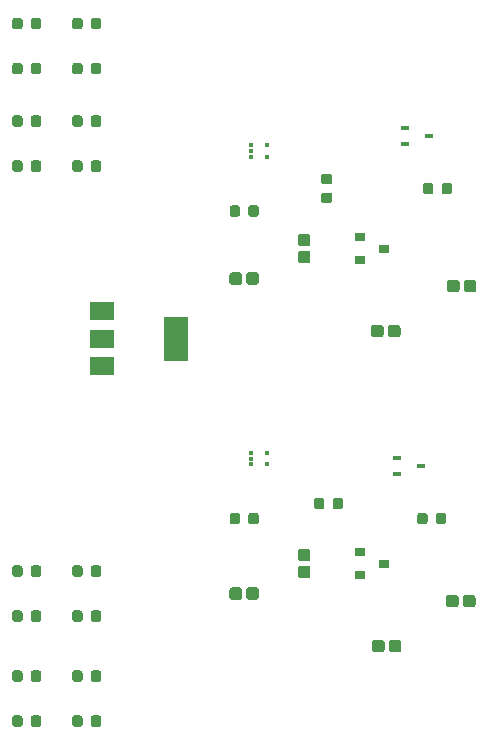
<source format=gbr>
G04 #@! TF.GenerationSoftware,KiCad,Pcbnew,5.1.5-52549c5~84~ubuntu19.10.1*
G04 #@! TF.CreationDate,2020-02-18T09:16:58-05:00*
G04 #@! TF.ProjectId,adapter,61646170-7465-4722-9e6b-696361645f70,rev?*
G04 #@! TF.SameCoordinates,Original*
G04 #@! TF.FileFunction,Paste,Top*
G04 #@! TF.FilePolarity,Positive*
%FSLAX46Y46*%
G04 Gerber Fmt 4.6, Leading zero omitted, Abs format (unit mm)*
G04 Created by KiCad (PCBNEW 5.1.5-52549c5~84~ubuntu19.10.1) date 2020-02-18 09:16:58*
%MOMM*%
%LPD*%
G04 APERTURE LIST*
%ADD10C,0.100000*%
%ADD11R,0.900000X0.800000*%
%ADD12R,0.700000X0.450000*%
%ADD13R,0.450000X0.300000*%
%ADD14R,2.000000X3.800000*%
%ADD15R,2.000000X1.500000*%
G04 APERTURE END LIST*
D10*
G36*
X93579505Y-71866204D02*
G01*
X93603773Y-71869804D01*
X93627572Y-71875765D01*
X93650671Y-71884030D01*
X93672850Y-71894520D01*
X93693893Y-71907132D01*
X93713599Y-71921747D01*
X93731777Y-71938223D01*
X93748253Y-71956401D01*
X93762868Y-71976107D01*
X93775480Y-71997150D01*
X93785970Y-72019329D01*
X93794235Y-72042428D01*
X93800196Y-72066227D01*
X93803796Y-72090495D01*
X93805000Y-72114999D01*
X93805000Y-72665001D01*
X93803796Y-72689505D01*
X93800196Y-72713773D01*
X93794235Y-72737572D01*
X93785970Y-72760671D01*
X93775480Y-72782850D01*
X93762868Y-72803893D01*
X93748253Y-72823599D01*
X93731777Y-72841777D01*
X93713599Y-72858253D01*
X93693893Y-72872868D01*
X93672850Y-72885480D01*
X93650671Y-72895970D01*
X93627572Y-72904235D01*
X93603773Y-72910196D01*
X93579505Y-72913796D01*
X93555001Y-72915000D01*
X92979999Y-72915000D01*
X92955495Y-72913796D01*
X92931227Y-72910196D01*
X92907428Y-72904235D01*
X92884329Y-72895970D01*
X92862150Y-72885480D01*
X92841107Y-72872868D01*
X92821401Y-72858253D01*
X92803223Y-72841777D01*
X92786747Y-72823599D01*
X92772132Y-72803893D01*
X92759520Y-72782850D01*
X92749030Y-72760671D01*
X92740765Y-72737572D01*
X92734804Y-72713773D01*
X92731204Y-72689505D01*
X92730000Y-72665001D01*
X92730000Y-72114999D01*
X92731204Y-72090495D01*
X92734804Y-72066227D01*
X92740765Y-72042428D01*
X92749030Y-72019329D01*
X92759520Y-71997150D01*
X92772132Y-71976107D01*
X92786747Y-71956401D01*
X92803223Y-71938223D01*
X92821401Y-71921747D01*
X92841107Y-71907132D01*
X92862150Y-71894520D01*
X92884329Y-71884030D01*
X92907428Y-71875765D01*
X92931227Y-71869804D01*
X92955495Y-71866204D01*
X92979999Y-71865000D01*
X93555001Y-71865000D01*
X93579505Y-71866204D01*
G37*
G36*
X95004505Y-71866204D02*
G01*
X95028773Y-71869804D01*
X95052572Y-71875765D01*
X95075671Y-71884030D01*
X95097850Y-71894520D01*
X95118893Y-71907132D01*
X95138599Y-71921747D01*
X95156777Y-71938223D01*
X95173253Y-71956401D01*
X95187868Y-71976107D01*
X95200480Y-71997150D01*
X95210970Y-72019329D01*
X95219235Y-72042428D01*
X95225196Y-72066227D01*
X95228796Y-72090495D01*
X95230000Y-72114999D01*
X95230000Y-72665001D01*
X95228796Y-72689505D01*
X95225196Y-72713773D01*
X95219235Y-72737572D01*
X95210970Y-72760671D01*
X95200480Y-72782850D01*
X95187868Y-72803893D01*
X95173253Y-72823599D01*
X95156777Y-72841777D01*
X95138599Y-72858253D01*
X95118893Y-72872868D01*
X95097850Y-72885480D01*
X95075671Y-72895970D01*
X95052572Y-72904235D01*
X95028773Y-72910196D01*
X95004505Y-72913796D01*
X94980001Y-72915000D01*
X94404999Y-72915000D01*
X94380495Y-72913796D01*
X94356227Y-72910196D01*
X94332428Y-72904235D01*
X94309329Y-72895970D01*
X94287150Y-72885480D01*
X94266107Y-72872868D01*
X94246401Y-72858253D01*
X94228223Y-72841777D01*
X94211747Y-72823599D01*
X94197132Y-72803893D01*
X94184520Y-72782850D01*
X94174030Y-72760671D01*
X94165765Y-72737572D01*
X94159804Y-72713773D01*
X94156204Y-72689505D01*
X94155000Y-72665001D01*
X94155000Y-72114999D01*
X94156204Y-72090495D01*
X94159804Y-72066227D01*
X94165765Y-72042428D01*
X94174030Y-72019329D01*
X94184520Y-71997150D01*
X94197132Y-71976107D01*
X94211747Y-71956401D01*
X94228223Y-71938223D01*
X94246401Y-71921747D01*
X94266107Y-71907132D01*
X94287150Y-71894520D01*
X94309329Y-71884030D01*
X94332428Y-71875765D01*
X94356227Y-71869804D01*
X94380495Y-71866204D01*
X94404999Y-71865000D01*
X94980001Y-71865000D01*
X95004505Y-71866204D01*
G37*
G36*
X105567005Y-76311204D02*
G01*
X105591273Y-76314804D01*
X105615072Y-76320765D01*
X105638171Y-76329030D01*
X105660350Y-76339520D01*
X105681393Y-76352132D01*
X105701099Y-76366747D01*
X105719277Y-76383223D01*
X105735753Y-76401401D01*
X105750368Y-76421107D01*
X105762980Y-76442150D01*
X105773470Y-76464329D01*
X105781735Y-76487428D01*
X105787696Y-76511227D01*
X105791296Y-76535495D01*
X105792500Y-76559999D01*
X105792500Y-77110001D01*
X105791296Y-77134505D01*
X105787696Y-77158773D01*
X105781735Y-77182572D01*
X105773470Y-77205671D01*
X105762980Y-77227850D01*
X105750368Y-77248893D01*
X105735753Y-77268599D01*
X105719277Y-77286777D01*
X105701099Y-77303253D01*
X105681393Y-77317868D01*
X105660350Y-77330480D01*
X105638171Y-77340970D01*
X105615072Y-77349235D01*
X105591273Y-77355196D01*
X105567005Y-77358796D01*
X105542501Y-77360000D01*
X104967499Y-77360000D01*
X104942995Y-77358796D01*
X104918727Y-77355196D01*
X104894928Y-77349235D01*
X104871829Y-77340970D01*
X104849650Y-77330480D01*
X104828607Y-77317868D01*
X104808901Y-77303253D01*
X104790723Y-77286777D01*
X104774247Y-77268599D01*
X104759632Y-77248893D01*
X104747020Y-77227850D01*
X104736530Y-77205671D01*
X104728265Y-77182572D01*
X104722304Y-77158773D01*
X104718704Y-77134505D01*
X104717500Y-77110001D01*
X104717500Y-76559999D01*
X104718704Y-76535495D01*
X104722304Y-76511227D01*
X104728265Y-76487428D01*
X104736530Y-76464329D01*
X104747020Y-76442150D01*
X104759632Y-76421107D01*
X104774247Y-76401401D01*
X104790723Y-76383223D01*
X104808901Y-76366747D01*
X104828607Y-76352132D01*
X104849650Y-76339520D01*
X104871829Y-76329030D01*
X104894928Y-76320765D01*
X104918727Y-76314804D01*
X104942995Y-76311204D01*
X104967499Y-76310000D01*
X105542501Y-76310000D01*
X105567005Y-76311204D01*
G37*
G36*
X106992005Y-76311204D02*
G01*
X107016273Y-76314804D01*
X107040072Y-76320765D01*
X107063171Y-76329030D01*
X107085350Y-76339520D01*
X107106393Y-76352132D01*
X107126099Y-76366747D01*
X107144277Y-76383223D01*
X107160753Y-76401401D01*
X107175368Y-76421107D01*
X107187980Y-76442150D01*
X107198470Y-76464329D01*
X107206735Y-76487428D01*
X107212696Y-76511227D01*
X107216296Y-76535495D01*
X107217500Y-76559999D01*
X107217500Y-77110001D01*
X107216296Y-77134505D01*
X107212696Y-77158773D01*
X107206735Y-77182572D01*
X107198470Y-77205671D01*
X107187980Y-77227850D01*
X107175368Y-77248893D01*
X107160753Y-77268599D01*
X107144277Y-77286777D01*
X107126099Y-77303253D01*
X107106393Y-77317868D01*
X107085350Y-77330480D01*
X107063171Y-77340970D01*
X107040072Y-77349235D01*
X107016273Y-77355196D01*
X106992005Y-77358796D01*
X106967501Y-77360000D01*
X106392499Y-77360000D01*
X106367995Y-77358796D01*
X106343727Y-77355196D01*
X106319928Y-77349235D01*
X106296829Y-77340970D01*
X106274650Y-77330480D01*
X106253607Y-77317868D01*
X106233901Y-77303253D01*
X106215723Y-77286777D01*
X106199247Y-77268599D01*
X106184632Y-77248893D01*
X106172020Y-77227850D01*
X106161530Y-77205671D01*
X106153265Y-77182572D01*
X106147304Y-77158773D01*
X106143704Y-77134505D01*
X106142500Y-77110001D01*
X106142500Y-76559999D01*
X106143704Y-76535495D01*
X106147304Y-76511227D01*
X106153265Y-76487428D01*
X106161530Y-76464329D01*
X106172020Y-76442150D01*
X106184632Y-76421107D01*
X106199247Y-76401401D01*
X106215723Y-76383223D01*
X106233901Y-76366747D01*
X106253607Y-76352132D01*
X106274650Y-76339520D01*
X106296829Y-76329030D01*
X106319928Y-76320765D01*
X106343727Y-76314804D01*
X106367995Y-76311204D01*
X106392499Y-76310000D01*
X106967501Y-76310000D01*
X106992005Y-76311204D01*
G37*
G36*
X113419505Y-72501204D02*
G01*
X113443773Y-72504804D01*
X113467572Y-72510765D01*
X113490671Y-72519030D01*
X113512850Y-72529520D01*
X113533893Y-72542132D01*
X113553599Y-72556747D01*
X113571777Y-72573223D01*
X113588253Y-72591401D01*
X113602868Y-72611107D01*
X113615480Y-72632150D01*
X113625970Y-72654329D01*
X113634235Y-72677428D01*
X113640196Y-72701227D01*
X113643796Y-72725495D01*
X113645000Y-72749999D01*
X113645000Y-73300001D01*
X113643796Y-73324505D01*
X113640196Y-73348773D01*
X113634235Y-73372572D01*
X113625970Y-73395671D01*
X113615480Y-73417850D01*
X113602868Y-73438893D01*
X113588253Y-73458599D01*
X113571777Y-73476777D01*
X113553599Y-73493253D01*
X113533893Y-73507868D01*
X113512850Y-73520480D01*
X113490671Y-73530970D01*
X113467572Y-73539235D01*
X113443773Y-73545196D01*
X113419505Y-73548796D01*
X113395001Y-73550000D01*
X112819999Y-73550000D01*
X112795495Y-73548796D01*
X112771227Y-73545196D01*
X112747428Y-73539235D01*
X112724329Y-73530970D01*
X112702150Y-73520480D01*
X112681107Y-73507868D01*
X112661401Y-73493253D01*
X112643223Y-73476777D01*
X112626747Y-73458599D01*
X112612132Y-73438893D01*
X112599520Y-73417850D01*
X112589030Y-73395671D01*
X112580765Y-73372572D01*
X112574804Y-73348773D01*
X112571204Y-73324505D01*
X112570000Y-73300001D01*
X112570000Y-72749999D01*
X112571204Y-72725495D01*
X112574804Y-72701227D01*
X112580765Y-72677428D01*
X112589030Y-72654329D01*
X112599520Y-72632150D01*
X112612132Y-72611107D01*
X112626747Y-72591401D01*
X112643223Y-72573223D01*
X112661401Y-72556747D01*
X112681107Y-72542132D01*
X112702150Y-72529520D01*
X112724329Y-72519030D01*
X112747428Y-72510765D01*
X112771227Y-72504804D01*
X112795495Y-72501204D01*
X112819999Y-72500000D01*
X113395001Y-72500000D01*
X113419505Y-72501204D01*
G37*
G36*
X111994505Y-72501204D02*
G01*
X112018773Y-72504804D01*
X112042572Y-72510765D01*
X112065671Y-72519030D01*
X112087850Y-72529520D01*
X112108893Y-72542132D01*
X112128599Y-72556747D01*
X112146777Y-72573223D01*
X112163253Y-72591401D01*
X112177868Y-72611107D01*
X112190480Y-72632150D01*
X112200970Y-72654329D01*
X112209235Y-72677428D01*
X112215196Y-72701227D01*
X112218796Y-72725495D01*
X112220000Y-72749999D01*
X112220000Y-73300001D01*
X112218796Y-73324505D01*
X112215196Y-73348773D01*
X112209235Y-73372572D01*
X112200970Y-73395671D01*
X112190480Y-73417850D01*
X112177868Y-73438893D01*
X112163253Y-73458599D01*
X112146777Y-73476777D01*
X112128599Y-73493253D01*
X112108893Y-73507868D01*
X112087850Y-73520480D01*
X112065671Y-73530970D01*
X112042572Y-73539235D01*
X112018773Y-73545196D01*
X111994505Y-73548796D01*
X111970001Y-73550000D01*
X111394999Y-73550000D01*
X111370495Y-73548796D01*
X111346227Y-73545196D01*
X111322428Y-73539235D01*
X111299329Y-73530970D01*
X111277150Y-73520480D01*
X111256107Y-73507868D01*
X111236401Y-73493253D01*
X111218223Y-73476777D01*
X111201747Y-73458599D01*
X111187132Y-73438893D01*
X111174520Y-73417850D01*
X111164030Y-73395671D01*
X111155765Y-73372572D01*
X111149804Y-73348773D01*
X111146204Y-73324505D01*
X111145000Y-73300001D01*
X111145000Y-72749999D01*
X111146204Y-72725495D01*
X111149804Y-72701227D01*
X111155765Y-72677428D01*
X111164030Y-72654329D01*
X111174520Y-72632150D01*
X111187132Y-72611107D01*
X111201747Y-72591401D01*
X111218223Y-72573223D01*
X111236401Y-72556747D01*
X111256107Y-72542132D01*
X111277150Y-72529520D01*
X111299329Y-72519030D01*
X111322428Y-72510765D01*
X111346227Y-72504804D01*
X111370495Y-72501204D01*
X111394999Y-72500000D01*
X111970001Y-72500000D01*
X111994505Y-72501204D01*
G37*
G36*
X99359505Y-70026204D02*
G01*
X99383773Y-70029804D01*
X99407572Y-70035765D01*
X99430671Y-70044030D01*
X99452850Y-70054520D01*
X99473893Y-70067132D01*
X99493599Y-70081747D01*
X99511777Y-70098223D01*
X99528253Y-70116401D01*
X99542868Y-70136107D01*
X99555480Y-70157150D01*
X99565970Y-70179329D01*
X99574235Y-70202428D01*
X99580196Y-70226227D01*
X99583796Y-70250495D01*
X99585000Y-70274999D01*
X99585000Y-70850001D01*
X99583796Y-70874505D01*
X99580196Y-70898773D01*
X99574235Y-70922572D01*
X99565970Y-70945671D01*
X99555480Y-70967850D01*
X99542868Y-70988893D01*
X99528253Y-71008599D01*
X99511777Y-71026777D01*
X99493599Y-71043253D01*
X99473893Y-71057868D01*
X99452850Y-71070480D01*
X99430671Y-71080970D01*
X99407572Y-71089235D01*
X99383773Y-71095196D01*
X99359505Y-71098796D01*
X99335001Y-71100000D01*
X98784999Y-71100000D01*
X98760495Y-71098796D01*
X98736227Y-71095196D01*
X98712428Y-71089235D01*
X98689329Y-71080970D01*
X98667150Y-71070480D01*
X98646107Y-71057868D01*
X98626401Y-71043253D01*
X98608223Y-71026777D01*
X98591747Y-71008599D01*
X98577132Y-70988893D01*
X98564520Y-70967850D01*
X98554030Y-70945671D01*
X98545765Y-70922572D01*
X98539804Y-70898773D01*
X98536204Y-70874505D01*
X98535000Y-70850001D01*
X98535000Y-70274999D01*
X98536204Y-70250495D01*
X98539804Y-70226227D01*
X98545765Y-70202428D01*
X98554030Y-70179329D01*
X98564520Y-70157150D01*
X98577132Y-70136107D01*
X98591747Y-70116401D01*
X98608223Y-70098223D01*
X98626401Y-70081747D01*
X98646107Y-70067132D01*
X98667150Y-70054520D01*
X98689329Y-70044030D01*
X98712428Y-70035765D01*
X98736227Y-70029804D01*
X98760495Y-70026204D01*
X98784999Y-70025000D01*
X99335001Y-70025000D01*
X99359505Y-70026204D01*
G37*
G36*
X99359505Y-68601204D02*
G01*
X99383773Y-68604804D01*
X99407572Y-68610765D01*
X99430671Y-68619030D01*
X99452850Y-68629520D01*
X99473893Y-68642132D01*
X99493599Y-68656747D01*
X99511777Y-68673223D01*
X99528253Y-68691401D01*
X99542868Y-68711107D01*
X99555480Y-68732150D01*
X99565970Y-68754329D01*
X99574235Y-68777428D01*
X99580196Y-68801227D01*
X99583796Y-68825495D01*
X99585000Y-68849999D01*
X99585000Y-69425001D01*
X99583796Y-69449505D01*
X99580196Y-69473773D01*
X99574235Y-69497572D01*
X99565970Y-69520671D01*
X99555480Y-69542850D01*
X99542868Y-69563893D01*
X99528253Y-69583599D01*
X99511777Y-69601777D01*
X99493599Y-69618253D01*
X99473893Y-69632868D01*
X99452850Y-69645480D01*
X99430671Y-69655970D01*
X99407572Y-69664235D01*
X99383773Y-69670196D01*
X99359505Y-69673796D01*
X99335001Y-69675000D01*
X98784999Y-69675000D01*
X98760495Y-69673796D01*
X98736227Y-69670196D01*
X98712428Y-69664235D01*
X98689329Y-69655970D01*
X98667150Y-69645480D01*
X98646107Y-69632868D01*
X98626401Y-69618253D01*
X98608223Y-69601777D01*
X98591747Y-69583599D01*
X98577132Y-69563893D01*
X98564520Y-69542850D01*
X98554030Y-69520671D01*
X98545765Y-69497572D01*
X98539804Y-69473773D01*
X98536204Y-69449505D01*
X98535000Y-69425001D01*
X98535000Y-68849999D01*
X98536204Y-68825495D01*
X98539804Y-68801227D01*
X98545765Y-68777428D01*
X98554030Y-68754329D01*
X98564520Y-68732150D01*
X98577132Y-68711107D01*
X98591747Y-68691401D01*
X98608223Y-68673223D01*
X98626401Y-68656747D01*
X98646107Y-68642132D01*
X98667150Y-68629520D01*
X98689329Y-68619030D01*
X98712428Y-68610765D01*
X98736227Y-68604804D01*
X98760495Y-68601204D01*
X98784999Y-68600000D01*
X99335001Y-68600000D01*
X99359505Y-68601204D01*
G37*
G36*
X93579505Y-98536204D02*
G01*
X93603773Y-98539804D01*
X93627572Y-98545765D01*
X93650671Y-98554030D01*
X93672850Y-98564520D01*
X93693893Y-98577132D01*
X93713599Y-98591747D01*
X93731777Y-98608223D01*
X93748253Y-98626401D01*
X93762868Y-98646107D01*
X93775480Y-98667150D01*
X93785970Y-98689329D01*
X93794235Y-98712428D01*
X93800196Y-98736227D01*
X93803796Y-98760495D01*
X93805000Y-98784999D01*
X93805000Y-99335001D01*
X93803796Y-99359505D01*
X93800196Y-99383773D01*
X93794235Y-99407572D01*
X93785970Y-99430671D01*
X93775480Y-99452850D01*
X93762868Y-99473893D01*
X93748253Y-99493599D01*
X93731777Y-99511777D01*
X93713599Y-99528253D01*
X93693893Y-99542868D01*
X93672850Y-99555480D01*
X93650671Y-99565970D01*
X93627572Y-99574235D01*
X93603773Y-99580196D01*
X93579505Y-99583796D01*
X93555001Y-99585000D01*
X92979999Y-99585000D01*
X92955495Y-99583796D01*
X92931227Y-99580196D01*
X92907428Y-99574235D01*
X92884329Y-99565970D01*
X92862150Y-99555480D01*
X92841107Y-99542868D01*
X92821401Y-99528253D01*
X92803223Y-99511777D01*
X92786747Y-99493599D01*
X92772132Y-99473893D01*
X92759520Y-99452850D01*
X92749030Y-99430671D01*
X92740765Y-99407572D01*
X92734804Y-99383773D01*
X92731204Y-99359505D01*
X92730000Y-99335001D01*
X92730000Y-98784999D01*
X92731204Y-98760495D01*
X92734804Y-98736227D01*
X92740765Y-98712428D01*
X92749030Y-98689329D01*
X92759520Y-98667150D01*
X92772132Y-98646107D01*
X92786747Y-98626401D01*
X92803223Y-98608223D01*
X92821401Y-98591747D01*
X92841107Y-98577132D01*
X92862150Y-98564520D01*
X92884329Y-98554030D01*
X92907428Y-98545765D01*
X92931227Y-98539804D01*
X92955495Y-98536204D01*
X92979999Y-98535000D01*
X93555001Y-98535000D01*
X93579505Y-98536204D01*
G37*
G36*
X95004505Y-98536204D02*
G01*
X95028773Y-98539804D01*
X95052572Y-98545765D01*
X95075671Y-98554030D01*
X95097850Y-98564520D01*
X95118893Y-98577132D01*
X95138599Y-98591747D01*
X95156777Y-98608223D01*
X95173253Y-98626401D01*
X95187868Y-98646107D01*
X95200480Y-98667150D01*
X95210970Y-98689329D01*
X95219235Y-98712428D01*
X95225196Y-98736227D01*
X95228796Y-98760495D01*
X95230000Y-98784999D01*
X95230000Y-99335001D01*
X95228796Y-99359505D01*
X95225196Y-99383773D01*
X95219235Y-99407572D01*
X95210970Y-99430671D01*
X95200480Y-99452850D01*
X95187868Y-99473893D01*
X95173253Y-99493599D01*
X95156777Y-99511777D01*
X95138599Y-99528253D01*
X95118893Y-99542868D01*
X95097850Y-99555480D01*
X95075671Y-99565970D01*
X95052572Y-99574235D01*
X95028773Y-99580196D01*
X95004505Y-99583796D01*
X94980001Y-99585000D01*
X94404999Y-99585000D01*
X94380495Y-99583796D01*
X94356227Y-99580196D01*
X94332428Y-99574235D01*
X94309329Y-99565970D01*
X94287150Y-99555480D01*
X94266107Y-99542868D01*
X94246401Y-99528253D01*
X94228223Y-99511777D01*
X94211747Y-99493599D01*
X94197132Y-99473893D01*
X94184520Y-99452850D01*
X94174030Y-99430671D01*
X94165765Y-99407572D01*
X94159804Y-99383773D01*
X94156204Y-99359505D01*
X94155000Y-99335001D01*
X94155000Y-98784999D01*
X94156204Y-98760495D01*
X94159804Y-98736227D01*
X94165765Y-98712428D01*
X94174030Y-98689329D01*
X94184520Y-98667150D01*
X94197132Y-98646107D01*
X94211747Y-98626401D01*
X94228223Y-98608223D01*
X94246401Y-98591747D01*
X94266107Y-98577132D01*
X94287150Y-98564520D01*
X94309329Y-98554030D01*
X94332428Y-98545765D01*
X94356227Y-98539804D01*
X94380495Y-98536204D01*
X94404999Y-98535000D01*
X94980001Y-98535000D01*
X95004505Y-98536204D01*
G37*
G36*
X107069505Y-102981204D02*
G01*
X107093773Y-102984804D01*
X107117572Y-102990765D01*
X107140671Y-102999030D01*
X107162850Y-103009520D01*
X107183893Y-103022132D01*
X107203599Y-103036747D01*
X107221777Y-103053223D01*
X107238253Y-103071401D01*
X107252868Y-103091107D01*
X107265480Y-103112150D01*
X107275970Y-103134329D01*
X107284235Y-103157428D01*
X107290196Y-103181227D01*
X107293796Y-103205495D01*
X107295000Y-103229999D01*
X107295000Y-103780001D01*
X107293796Y-103804505D01*
X107290196Y-103828773D01*
X107284235Y-103852572D01*
X107275970Y-103875671D01*
X107265480Y-103897850D01*
X107252868Y-103918893D01*
X107238253Y-103938599D01*
X107221777Y-103956777D01*
X107203599Y-103973253D01*
X107183893Y-103987868D01*
X107162850Y-104000480D01*
X107140671Y-104010970D01*
X107117572Y-104019235D01*
X107093773Y-104025196D01*
X107069505Y-104028796D01*
X107045001Y-104030000D01*
X106469999Y-104030000D01*
X106445495Y-104028796D01*
X106421227Y-104025196D01*
X106397428Y-104019235D01*
X106374329Y-104010970D01*
X106352150Y-104000480D01*
X106331107Y-103987868D01*
X106311401Y-103973253D01*
X106293223Y-103956777D01*
X106276747Y-103938599D01*
X106262132Y-103918893D01*
X106249520Y-103897850D01*
X106239030Y-103875671D01*
X106230765Y-103852572D01*
X106224804Y-103828773D01*
X106221204Y-103804505D01*
X106220000Y-103780001D01*
X106220000Y-103229999D01*
X106221204Y-103205495D01*
X106224804Y-103181227D01*
X106230765Y-103157428D01*
X106239030Y-103134329D01*
X106249520Y-103112150D01*
X106262132Y-103091107D01*
X106276747Y-103071401D01*
X106293223Y-103053223D01*
X106311401Y-103036747D01*
X106331107Y-103022132D01*
X106352150Y-103009520D01*
X106374329Y-102999030D01*
X106397428Y-102990765D01*
X106421227Y-102984804D01*
X106445495Y-102981204D01*
X106469999Y-102980000D01*
X107045001Y-102980000D01*
X107069505Y-102981204D01*
G37*
G36*
X105644505Y-102981204D02*
G01*
X105668773Y-102984804D01*
X105692572Y-102990765D01*
X105715671Y-102999030D01*
X105737850Y-103009520D01*
X105758893Y-103022132D01*
X105778599Y-103036747D01*
X105796777Y-103053223D01*
X105813253Y-103071401D01*
X105827868Y-103091107D01*
X105840480Y-103112150D01*
X105850970Y-103134329D01*
X105859235Y-103157428D01*
X105865196Y-103181227D01*
X105868796Y-103205495D01*
X105870000Y-103229999D01*
X105870000Y-103780001D01*
X105868796Y-103804505D01*
X105865196Y-103828773D01*
X105859235Y-103852572D01*
X105850970Y-103875671D01*
X105840480Y-103897850D01*
X105827868Y-103918893D01*
X105813253Y-103938599D01*
X105796777Y-103956777D01*
X105778599Y-103973253D01*
X105758893Y-103987868D01*
X105737850Y-104000480D01*
X105715671Y-104010970D01*
X105692572Y-104019235D01*
X105668773Y-104025196D01*
X105644505Y-104028796D01*
X105620001Y-104030000D01*
X105044999Y-104030000D01*
X105020495Y-104028796D01*
X104996227Y-104025196D01*
X104972428Y-104019235D01*
X104949329Y-104010970D01*
X104927150Y-104000480D01*
X104906107Y-103987868D01*
X104886401Y-103973253D01*
X104868223Y-103956777D01*
X104851747Y-103938599D01*
X104837132Y-103918893D01*
X104824520Y-103897850D01*
X104814030Y-103875671D01*
X104805765Y-103852572D01*
X104799804Y-103828773D01*
X104796204Y-103804505D01*
X104795000Y-103780001D01*
X104795000Y-103229999D01*
X104796204Y-103205495D01*
X104799804Y-103181227D01*
X104805765Y-103157428D01*
X104814030Y-103134329D01*
X104824520Y-103112150D01*
X104837132Y-103091107D01*
X104851747Y-103071401D01*
X104868223Y-103053223D01*
X104886401Y-103036747D01*
X104906107Y-103022132D01*
X104927150Y-103009520D01*
X104949329Y-102999030D01*
X104972428Y-102990765D01*
X104996227Y-102984804D01*
X105020495Y-102981204D01*
X105044999Y-102980000D01*
X105620001Y-102980000D01*
X105644505Y-102981204D01*
G37*
G36*
X111917005Y-99171204D02*
G01*
X111941273Y-99174804D01*
X111965072Y-99180765D01*
X111988171Y-99189030D01*
X112010350Y-99199520D01*
X112031393Y-99212132D01*
X112051099Y-99226747D01*
X112069277Y-99243223D01*
X112085753Y-99261401D01*
X112100368Y-99281107D01*
X112112980Y-99302150D01*
X112123470Y-99324329D01*
X112131735Y-99347428D01*
X112137696Y-99371227D01*
X112141296Y-99395495D01*
X112142500Y-99419999D01*
X112142500Y-99970001D01*
X112141296Y-99994505D01*
X112137696Y-100018773D01*
X112131735Y-100042572D01*
X112123470Y-100065671D01*
X112112980Y-100087850D01*
X112100368Y-100108893D01*
X112085753Y-100128599D01*
X112069277Y-100146777D01*
X112051099Y-100163253D01*
X112031393Y-100177868D01*
X112010350Y-100190480D01*
X111988171Y-100200970D01*
X111965072Y-100209235D01*
X111941273Y-100215196D01*
X111917005Y-100218796D01*
X111892501Y-100220000D01*
X111317499Y-100220000D01*
X111292995Y-100218796D01*
X111268727Y-100215196D01*
X111244928Y-100209235D01*
X111221829Y-100200970D01*
X111199650Y-100190480D01*
X111178607Y-100177868D01*
X111158901Y-100163253D01*
X111140723Y-100146777D01*
X111124247Y-100128599D01*
X111109632Y-100108893D01*
X111097020Y-100087850D01*
X111086530Y-100065671D01*
X111078265Y-100042572D01*
X111072304Y-100018773D01*
X111068704Y-99994505D01*
X111067500Y-99970001D01*
X111067500Y-99419999D01*
X111068704Y-99395495D01*
X111072304Y-99371227D01*
X111078265Y-99347428D01*
X111086530Y-99324329D01*
X111097020Y-99302150D01*
X111109632Y-99281107D01*
X111124247Y-99261401D01*
X111140723Y-99243223D01*
X111158901Y-99226747D01*
X111178607Y-99212132D01*
X111199650Y-99199520D01*
X111221829Y-99189030D01*
X111244928Y-99180765D01*
X111268727Y-99174804D01*
X111292995Y-99171204D01*
X111317499Y-99170000D01*
X111892501Y-99170000D01*
X111917005Y-99171204D01*
G37*
G36*
X113342005Y-99171204D02*
G01*
X113366273Y-99174804D01*
X113390072Y-99180765D01*
X113413171Y-99189030D01*
X113435350Y-99199520D01*
X113456393Y-99212132D01*
X113476099Y-99226747D01*
X113494277Y-99243223D01*
X113510753Y-99261401D01*
X113525368Y-99281107D01*
X113537980Y-99302150D01*
X113548470Y-99324329D01*
X113556735Y-99347428D01*
X113562696Y-99371227D01*
X113566296Y-99395495D01*
X113567500Y-99419999D01*
X113567500Y-99970001D01*
X113566296Y-99994505D01*
X113562696Y-100018773D01*
X113556735Y-100042572D01*
X113548470Y-100065671D01*
X113537980Y-100087850D01*
X113525368Y-100108893D01*
X113510753Y-100128599D01*
X113494277Y-100146777D01*
X113476099Y-100163253D01*
X113456393Y-100177868D01*
X113435350Y-100190480D01*
X113413171Y-100200970D01*
X113390072Y-100209235D01*
X113366273Y-100215196D01*
X113342005Y-100218796D01*
X113317501Y-100220000D01*
X112742499Y-100220000D01*
X112717995Y-100218796D01*
X112693727Y-100215196D01*
X112669928Y-100209235D01*
X112646829Y-100200970D01*
X112624650Y-100190480D01*
X112603607Y-100177868D01*
X112583901Y-100163253D01*
X112565723Y-100146777D01*
X112549247Y-100128599D01*
X112534632Y-100108893D01*
X112522020Y-100087850D01*
X112511530Y-100065671D01*
X112503265Y-100042572D01*
X112497304Y-100018773D01*
X112493704Y-99994505D01*
X112492500Y-99970001D01*
X112492500Y-99419999D01*
X112493704Y-99395495D01*
X112497304Y-99371227D01*
X112503265Y-99347428D01*
X112511530Y-99324329D01*
X112522020Y-99302150D01*
X112534632Y-99281107D01*
X112549247Y-99261401D01*
X112565723Y-99243223D01*
X112583901Y-99226747D01*
X112603607Y-99212132D01*
X112624650Y-99199520D01*
X112646829Y-99189030D01*
X112669928Y-99180765D01*
X112693727Y-99174804D01*
X112717995Y-99171204D01*
X112742499Y-99170000D01*
X113317501Y-99170000D01*
X113342005Y-99171204D01*
G37*
G36*
X99359505Y-95271204D02*
G01*
X99383773Y-95274804D01*
X99407572Y-95280765D01*
X99430671Y-95289030D01*
X99452850Y-95299520D01*
X99473893Y-95312132D01*
X99493599Y-95326747D01*
X99511777Y-95343223D01*
X99528253Y-95361401D01*
X99542868Y-95381107D01*
X99555480Y-95402150D01*
X99565970Y-95424329D01*
X99574235Y-95447428D01*
X99580196Y-95471227D01*
X99583796Y-95495495D01*
X99585000Y-95519999D01*
X99585000Y-96095001D01*
X99583796Y-96119505D01*
X99580196Y-96143773D01*
X99574235Y-96167572D01*
X99565970Y-96190671D01*
X99555480Y-96212850D01*
X99542868Y-96233893D01*
X99528253Y-96253599D01*
X99511777Y-96271777D01*
X99493599Y-96288253D01*
X99473893Y-96302868D01*
X99452850Y-96315480D01*
X99430671Y-96325970D01*
X99407572Y-96334235D01*
X99383773Y-96340196D01*
X99359505Y-96343796D01*
X99335001Y-96345000D01*
X98784999Y-96345000D01*
X98760495Y-96343796D01*
X98736227Y-96340196D01*
X98712428Y-96334235D01*
X98689329Y-96325970D01*
X98667150Y-96315480D01*
X98646107Y-96302868D01*
X98626401Y-96288253D01*
X98608223Y-96271777D01*
X98591747Y-96253599D01*
X98577132Y-96233893D01*
X98564520Y-96212850D01*
X98554030Y-96190671D01*
X98545765Y-96167572D01*
X98539804Y-96143773D01*
X98536204Y-96119505D01*
X98535000Y-96095001D01*
X98535000Y-95519999D01*
X98536204Y-95495495D01*
X98539804Y-95471227D01*
X98545765Y-95447428D01*
X98554030Y-95424329D01*
X98564520Y-95402150D01*
X98577132Y-95381107D01*
X98591747Y-95361401D01*
X98608223Y-95343223D01*
X98626401Y-95326747D01*
X98646107Y-95312132D01*
X98667150Y-95299520D01*
X98689329Y-95289030D01*
X98712428Y-95280765D01*
X98736227Y-95274804D01*
X98760495Y-95271204D01*
X98784999Y-95270000D01*
X99335001Y-95270000D01*
X99359505Y-95271204D01*
G37*
G36*
X99359505Y-96696204D02*
G01*
X99383773Y-96699804D01*
X99407572Y-96705765D01*
X99430671Y-96714030D01*
X99452850Y-96724520D01*
X99473893Y-96737132D01*
X99493599Y-96751747D01*
X99511777Y-96768223D01*
X99528253Y-96786401D01*
X99542868Y-96806107D01*
X99555480Y-96827150D01*
X99565970Y-96849329D01*
X99574235Y-96872428D01*
X99580196Y-96896227D01*
X99583796Y-96920495D01*
X99585000Y-96944999D01*
X99585000Y-97520001D01*
X99583796Y-97544505D01*
X99580196Y-97568773D01*
X99574235Y-97592572D01*
X99565970Y-97615671D01*
X99555480Y-97637850D01*
X99542868Y-97658893D01*
X99528253Y-97678599D01*
X99511777Y-97696777D01*
X99493599Y-97713253D01*
X99473893Y-97727868D01*
X99452850Y-97740480D01*
X99430671Y-97750970D01*
X99407572Y-97759235D01*
X99383773Y-97765196D01*
X99359505Y-97768796D01*
X99335001Y-97770000D01*
X98784999Y-97770000D01*
X98760495Y-97768796D01*
X98736227Y-97765196D01*
X98712428Y-97759235D01*
X98689329Y-97750970D01*
X98667150Y-97740480D01*
X98646107Y-97727868D01*
X98626401Y-97713253D01*
X98608223Y-97696777D01*
X98591747Y-97678599D01*
X98577132Y-97658893D01*
X98564520Y-97637850D01*
X98554030Y-97615671D01*
X98545765Y-97592572D01*
X98539804Y-97568773D01*
X98536204Y-97544505D01*
X98535000Y-97520001D01*
X98535000Y-96944999D01*
X98536204Y-96920495D01*
X98539804Y-96896227D01*
X98545765Y-96872428D01*
X98554030Y-96849329D01*
X98564520Y-96827150D01*
X98577132Y-96806107D01*
X98591747Y-96786401D01*
X98608223Y-96768223D01*
X98626401Y-96751747D01*
X98646107Y-96737132D01*
X98667150Y-96724520D01*
X98689329Y-96714030D01*
X98712428Y-96705765D01*
X98736227Y-96699804D01*
X98760495Y-96696204D01*
X98784999Y-96695000D01*
X99335001Y-96695000D01*
X99359505Y-96696204D01*
G37*
D11*
X103775000Y-68900000D03*
X103775000Y-70800000D03*
X105775000Y-69850000D03*
D10*
G36*
X81672691Y-62391053D02*
G01*
X81693926Y-62394203D01*
X81714750Y-62399419D01*
X81734962Y-62406651D01*
X81754368Y-62415830D01*
X81772781Y-62426866D01*
X81790024Y-62439654D01*
X81805930Y-62454070D01*
X81820346Y-62469976D01*
X81833134Y-62487219D01*
X81844170Y-62505632D01*
X81853349Y-62525038D01*
X81860581Y-62545250D01*
X81865797Y-62566074D01*
X81868947Y-62587309D01*
X81870000Y-62608750D01*
X81870000Y-63121250D01*
X81868947Y-63142691D01*
X81865797Y-63163926D01*
X81860581Y-63184750D01*
X81853349Y-63204962D01*
X81844170Y-63224368D01*
X81833134Y-63242781D01*
X81820346Y-63260024D01*
X81805930Y-63275930D01*
X81790024Y-63290346D01*
X81772781Y-63303134D01*
X81754368Y-63314170D01*
X81734962Y-63323349D01*
X81714750Y-63330581D01*
X81693926Y-63335797D01*
X81672691Y-63338947D01*
X81651250Y-63340000D01*
X81213750Y-63340000D01*
X81192309Y-63338947D01*
X81171074Y-63335797D01*
X81150250Y-63330581D01*
X81130038Y-63323349D01*
X81110632Y-63314170D01*
X81092219Y-63303134D01*
X81074976Y-63290346D01*
X81059070Y-63275930D01*
X81044654Y-63260024D01*
X81031866Y-63242781D01*
X81020830Y-63224368D01*
X81011651Y-63204962D01*
X81004419Y-63184750D01*
X80999203Y-63163926D01*
X80996053Y-63142691D01*
X80995000Y-63121250D01*
X80995000Y-62608750D01*
X80996053Y-62587309D01*
X80999203Y-62566074D01*
X81004419Y-62545250D01*
X81011651Y-62525038D01*
X81020830Y-62505632D01*
X81031866Y-62487219D01*
X81044654Y-62469976D01*
X81059070Y-62454070D01*
X81074976Y-62439654D01*
X81092219Y-62426866D01*
X81110632Y-62415830D01*
X81130038Y-62406651D01*
X81150250Y-62399419D01*
X81171074Y-62394203D01*
X81192309Y-62391053D01*
X81213750Y-62390000D01*
X81651250Y-62390000D01*
X81672691Y-62391053D01*
G37*
G36*
X80097691Y-62391053D02*
G01*
X80118926Y-62394203D01*
X80139750Y-62399419D01*
X80159962Y-62406651D01*
X80179368Y-62415830D01*
X80197781Y-62426866D01*
X80215024Y-62439654D01*
X80230930Y-62454070D01*
X80245346Y-62469976D01*
X80258134Y-62487219D01*
X80269170Y-62505632D01*
X80278349Y-62525038D01*
X80285581Y-62545250D01*
X80290797Y-62566074D01*
X80293947Y-62587309D01*
X80295000Y-62608750D01*
X80295000Y-63121250D01*
X80293947Y-63142691D01*
X80290797Y-63163926D01*
X80285581Y-63184750D01*
X80278349Y-63204962D01*
X80269170Y-63224368D01*
X80258134Y-63242781D01*
X80245346Y-63260024D01*
X80230930Y-63275930D01*
X80215024Y-63290346D01*
X80197781Y-63303134D01*
X80179368Y-63314170D01*
X80159962Y-63323349D01*
X80139750Y-63330581D01*
X80118926Y-63335797D01*
X80097691Y-63338947D01*
X80076250Y-63340000D01*
X79638750Y-63340000D01*
X79617309Y-63338947D01*
X79596074Y-63335797D01*
X79575250Y-63330581D01*
X79555038Y-63323349D01*
X79535632Y-63314170D01*
X79517219Y-63303134D01*
X79499976Y-63290346D01*
X79484070Y-63275930D01*
X79469654Y-63260024D01*
X79456866Y-63242781D01*
X79445830Y-63224368D01*
X79436651Y-63204962D01*
X79429419Y-63184750D01*
X79424203Y-63163926D01*
X79421053Y-63142691D01*
X79420000Y-63121250D01*
X79420000Y-62608750D01*
X79421053Y-62587309D01*
X79424203Y-62566074D01*
X79429419Y-62545250D01*
X79436651Y-62525038D01*
X79445830Y-62505632D01*
X79456866Y-62487219D01*
X79469654Y-62469976D01*
X79484070Y-62454070D01*
X79499976Y-62439654D01*
X79517219Y-62426866D01*
X79535632Y-62415830D01*
X79555038Y-62406651D01*
X79575250Y-62399419D01*
X79596074Y-62394203D01*
X79617309Y-62391053D01*
X79638750Y-62390000D01*
X80076250Y-62390000D01*
X80097691Y-62391053D01*
G37*
G36*
X80097691Y-58581053D02*
G01*
X80118926Y-58584203D01*
X80139750Y-58589419D01*
X80159962Y-58596651D01*
X80179368Y-58605830D01*
X80197781Y-58616866D01*
X80215024Y-58629654D01*
X80230930Y-58644070D01*
X80245346Y-58659976D01*
X80258134Y-58677219D01*
X80269170Y-58695632D01*
X80278349Y-58715038D01*
X80285581Y-58735250D01*
X80290797Y-58756074D01*
X80293947Y-58777309D01*
X80295000Y-58798750D01*
X80295000Y-59311250D01*
X80293947Y-59332691D01*
X80290797Y-59353926D01*
X80285581Y-59374750D01*
X80278349Y-59394962D01*
X80269170Y-59414368D01*
X80258134Y-59432781D01*
X80245346Y-59450024D01*
X80230930Y-59465930D01*
X80215024Y-59480346D01*
X80197781Y-59493134D01*
X80179368Y-59504170D01*
X80159962Y-59513349D01*
X80139750Y-59520581D01*
X80118926Y-59525797D01*
X80097691Y-59528947D01*
X80076250Y-59530000D01*
X79638750Y-59530000D01*
X79617309Y-59528947D01*
X79596074Y-59525797D01*
X79575250Y-59520581D01*
X79555038Y-59513349D01*
X79535632Y-59504170D01*
X79517219Y-59493134D01*
X79499976Y-59480346D01*
X79484070Y-59465930D01*
X79469654Y-59450024D01*
X79456866Y-59432781D01*
X79445830Y-59414368D01*
X79436651Y-59394962D01*
X79429419Y-59374750D01*
X79424203Y-59353926D01*
X79421053Y-59332691D01*
X79420000Y-59311250D01*
X79420000Y-58798750D01*
X79421053Y-58777309D01*
X79424203Y-58756074D01*
X79429419Y-58735250D01*
X79436651Y-58715038D01*
X79445830Y-58695632D01*
X79456866Y-58677219D01*
X79469654Y-58659976D01*
X79484070Y-58644070D01*
X79499976Y-58629654D01*
X79517219Y-58616866D01*
X79535632Y-58605830D01*
X79555038Y-58596651D01*
X79575250Y-58589419D01*
X79596074Y-58584203D01*
X79617309Y-58581053D01*
X79638750Y-58580000D01*
X80076250Y-58580000D01*
X80097691Y-58581053D01*
G37*
G36*
X81672691Y-58581053D02*
G01*
X81693926Y-58584203D01*
X81714750Y-58589419D01*
X81734962Y-58596651D01*
X81754368Y-58605830D01*
X81772781Y-58616866D01*
X81790024Y-58629654D01*
X81805930Y-58644070D01*
X81820346Y-58659976D01*
X81833134Y-58677219D01*
X81844170Y-58695632D01*
X81853349Y-58715038D01*
X81860581Y-58735250D01*
X81865797Y-58756074D01*
X81868947Y-58777309D01*
X81870000Y-58798750D01*
X81870000Y-59311250D01*
X81868947Y-59332691D01*
X81865797Y-59353926D01*
X81860581Y-59374750D01*
X81853349Y-59394962D01*
X81844170Y-59414368D01*
X81833134Y-59432781D01*
X81820346Y-59450024D01*
X81805930Y-59465930D01*
X81790024Y-59480346D01*
X81772781Y-59493134D01*
X81754368Y-59504170D01*
X81734962Y-59513349D01*
X81714750Y-59520581D01*
X81693926Y-59525797D01*
X81672691Y-59528947D01*
X81651250Y-59530000D01*
X81213750Y-59530000D01*
X81192309Y-59528947D01*
X81171074Y-59525797D01*
X81150250Y-59520581D01*
X81130038Y-59513349D01*
X81110632Y-59504170D01*
X81092219Y-59493134D01*
X81074976Y-59480346D01*
X81059070Y-59465930D01*
X81044654Y-59450024D01*
X81031866Y-59432781D01*
X81020830Y-59414368D01*
X81011651Y-59394962D01*
X81004419Y-59374750D01*
X80999203Y-59353926D01*
X80996053Y-59332691D01*
X80995000Y-59311250D01*
X80995000Y-58798750D01*
X80996053Y-58777309D01*
X80999203Y-58756074D01*
X81004419Y-58735250D01*
X81011651Y-58715038D01*
X81020830Y-58695632D01*
X81031866Y-58677219D01*
X81044654Y-58659976D01*
X81059070Y-58644070D01*
X81074976Y-58629654D01*
X81092219Y-58616866D01*
X81110632Y-58605830D01*
X81130038Y-58596651D01*
X81150250Y-58589419D01*
X81171074Y-58584203D01*
X81192309Y-58581053D01*
X81213750Y-58580000D01*
X81651250Y-58580000D01*
X81672691Y-58581053D01*
G37*
G36*
X81672691Y-54136053D02*
G01*
X81693926Y-54139203D01*
X81714750Y-54144419D01*
X81734962Y-54151651D01*
X81754368Y-54160830D01*
X81772781Y-54171866D01*
X81790024Y-54184654D01*
X81805930Y-54199070D01*
X81820346Y-54214976D01*
X81833134Y-54232219D01*
X81844170Y-54250632D01*
X81853349Y-54270038D01*
X81860581Y-54290250D01*
X81865797Y-54311074D01*
X81868947Y-54332309D01*
X81870000Y-54353750D01*
X81870000Y-54866250D01*
X81868947Y-54887691D01*
X81865797Y-54908926D01*
X81860581Y-54929750D01*
X81853349Y-54949962D01*
X81844170Y-54969368D01*
X81833134Y-54987781D01*
X81820346Y-55005024D01*
X81805930Y-55020930D01*
X81790024Y-55035346D01*
X81772781Y-55048134D01*
X81754368Y-55059170D01*
X81734962Y-55068349D01*
X81714750Y-55075581D01*
X81693926Y-55080797D01*
X81672691Y-55083947D01*
X81651250Y-55085000D01*
X81213750Y-55085000D01*
X81192309Y-55083947D01*
X81171074Y-55080797D01*
X81150250Y-55075581D01*
X81130038Y-55068349D01*
X81110632Y-55059170D01*
X81092219Y-55048134D01*
X81074976Y-55035346D01*
X81059070Y-55020930D01*
X81044654Y-55005024D01*
X81031866Y-54987781D01*
X81020830Y-54969368D01*
X81011651Y-54949962D01*
X81004419Y-54929750D01*
X80999203Y-54908926D01*
X80996053Y-54887691D01*
X80995000Y-54866250D01*
X80995000Y-54353750D01*
X80996053Y-54332309D01*
X80999203Y-54311074D01*
X81004419Y-54290250D01*
X81011651Y-54270038D01*
X81020830Y-54250632D01*
X81031866Y-54232219D01*
X81044654Y-54214976D01*
X81059070Y-54199070D01*
X81074976Y-54184654D01*
X81092219Y-54171866D01*
X81110632Y-54160830D01*
X81130038Y-54151651D01*
X81150250Y-54144419D01*
X81171074Y-54139203D01*
X81192309Y-54136053D01*
X81213750Y-54135000D01*
X81651250Y-54135000D01*
X81672691Y-54136053D01*
G37*
G36*
X80097691Y-54136053D02*
G01*
X80118926Y-54139203D01*
X80139750Y-54144419D01*
X80159962Y-54151651D01*
X80179368Y-54160830D01*
X80197781Y-54171866D01*
X80215024Y-54184654D01*
X80230930Y-54199070D01*
X80245346Y-54214976D01*
X80258134Y-54232219D01*
X80269170Y-54250632D01*
X80278349Y-54270038D01*
X80285581Y-54290250D01*
X80290797Y-54311074D01*
X80293947Y-54332309D01*
X80295000Y-54353750D01*
X80295000Y-54866250D01*
X80293947Y-54887691D01*
X80290797Y-54908926D01*
X80285581Y-54929750D01*
X80278349Y-54949962D01*
X80269170Y-54969368D01*
X80258134Y-54987781D01*
X80245346Y-55005024D01*
X80230930Y-55020930D01*
X80215024Y-55035346D01*
X80197781Y-55048134D01*
X80179368Y-55059170D01*
X80159962Y-55068349D01*
X80139750Y-55075581D01*
X80118926Y-55080797D01*
X80097691Y-55083947D01*
X80076250Y-55085000D01*
X79638750Y-55085000D01*
X79617309Y-55083947D01*
X79596074Y-55080797D01*
X79575250Y-55075581D01*
X79555038Y-55068349D01*
X79535632Y-55059170D01*
X79517219Y-55048134D01*
X79499976Y-55035346D01*
X79484070Y-55020930D01*
X79469654Y-55005024D01*
X79456866Y-54987781D01*
X79445830Y-54969368D01*
X79436651Y-54949962D01*
X79429419Y-54929750D01*
X79424203Y-54908926D01*
X79421053Y-54887691D01*
X79420000Y-54866250D01*
X79420000Y-54353750D01*
X79421053Y-54332309D01*
X79424203Y-54311074D01*
X79429419Y-54290250D01*
X79436651Y-54270038D01*
X79445830Y-54250632D01*
X79456866Y-54232219D01*
X79469654Y-54214976D01*
X79484070Y-54199070D01*
X79499976Y-54184654D01*
X79517219Y-54171866D01*
X79535632Y-54160830D01*
X79555038Y-54151651D01*
X79575250Y-54144419D01*
X79596074Y-54139203D01*
X79617309Y-54136053D01*
X79638750Y-54135000D01*
X80076250Y-54135000D01*
X80097691Y-54136053D01*
G37*
G36*
X80097691Y-50326053D02*
G01*
X80118926Y-50329203D01*
X80139750Y-50334419D01*
X80159962Y-50341651D01*
X80179368Y-50350830D01*
X80197781Y-50361866D01*
X80215024Y-50374654D01*
X80230930Y-50389070D01*
X80245346Y-50404976D01*
X80258134Y-50422219D01*
X80269170Y-50440632D01*
X80278349Y-50460038D01*
X80285581Y-50480250D01*
X80290797Y-50501074D01*
X80293947Y-50522309D01*
X80295000Y-50543750D01*
X80295000Y-51056250D01*
X80293947Y-51077691D01*
X80290797Y-51098926D01*
X80285581Y-51119750D01*
X80278349Y-51139962D01*
X80269170Y-51159368D01*
X80258134Y-51177781D01*
X80245346Y-51195024D01*
X80230930Y-51210930D01*
X80215024Y-51225346D01*
X80197781Y-51238134D01*
X80179368Y-51249170D01*
X80159962Y-51258349D01*
X80139750Y-51265581D01*
X80118926Y-51270797D01*
X80097691Y-51273947D01*
X80076250Y-51275000D01*
X79638750Y-51275000D01*
X79617309Y-51273947D01*
X79596074Y-51270797D01*
X79575250Y-51265581D01*
X79555038Y-51258349D01*
X79535632Y-51249170D01*
X79517219Y-51238134D01*
X79499976Y-51225346D01*
X79484070Y-51210930D01*
X79469654Y-51195024D01*
X79456866Y-51177781D01*
X79445830Y-51159368D01*
X79436651Y-51139962D01*
X79429419Y-51119750D01*
X79424203Y-51098926D01*
X79421053Y-51077691D01*
X79420000Y-51056250D01*
X79420000Y-50543750D01*
X79421053Y-50522309D01*
X79424203Y-50501074D01*
X79429419Y-50480250D01*
X79436651Y-50460038D01*
X79445830Y-50440632D01*
X79456866Y-50422219D01*
X79469654Y-50404976D01*
X79484070Y-50389070D01*
X79499976Y-50374654D01*
X79517219Y-50361866D01*
X79535632Y-50350830D01*
X79555038Y-50341651D01*
X79575250Y-50334419D01*
X79596074Y-50329203D01*
X79617309Y-50326053D01*
X79638750Y-50325000D01*
X80076250Y-50325000D01*
X80097691Y-50326053D01*
G37*
G36*
X81672691Y-50326053D02*
G01*
X81693926Y-50329203D01*
X81714750Y-50334419D01*
X81734962Y-50341651D01*
X81754368Y-50350830D01*
X81772781Y-50361866D01*
X81790024Y-50374654D01*
X81805930Y-50389070D01*
X81820346Y-50404976D01*
X81833134Y-50422219D01*
X81844170Y-50440632D01*
X81853349Y-50460038D01*
X81860581Y-50480250D01*
X81865797Y-50501074D01*
X81868947Y-50522309D01*
X81870000Y-50543750D01*
X81870000Y-51056250D01*
X81868947Y-51077691D01*
X81865797Y-51098926D01*
X81860581Y-51119750D01*
X81853349Y-51139962D01*
X81844170Y-51159368D01*
X81833134Y-51177781D01*
X81820346Y-51195024D01*
X81805930Y-51210930D01*
X81790024Y-51225346D01*
X81772781Y-51238134D01*
X81754368Y-51249170D01*
X81734962Y-51258349D01*
X81714750Y-51265581D01*
X81693926Y-51270797D01*
X81672691Y-51273947D01*
X81651250Y-51275000D01*
X81213750Y-51275000D01*
X81192309Y-51273947D01*
X81171074Y-51270797D01*
X81150250Y-51265581D01*
X81130038Y-51258349D01*
X81110632Y-51249170D01*
X81092219Y-51238134D01*
X81074976Y-51225346D01*
X81059070Y-51210930D01*
X81044654Y-51195024D01*
X81031866Y-51177781D01*
X81020830Y-51159368D01*
X81011651Y-51139962D01*
X81004419Y-51119750D01*
X80999203Y-51098926D01*
X80996053Y-51077691D01*
X80995000Y-51056250D01*
X80995000Y-50543750D01*
X80996053Y-50522309D01*
X80999203Y-50501074D01*
X81004419Y-50480250D01*
X81011651Y-50460038D01*
X81020830Y-50440632D01*
X81031866Y-50422219D01*
X81044654Y-50404976D01*
X81059070Y-50389070D01*
X81074976Y-50374654D01*
X81092219Y-50361866D01*
X81110632Y-50350830D01*
X81130038Y-50341651D01*
X81150250Y-50334419D01*
X81171074Y-50329203D01*
X81192309Y-50326053D01*
X81213750Y-50325000D01*
X81651250Y-50325000D01*
X81672691Y-50326053D01*
G37*
D11*
X105775000Y-96520000D03*
X103775000Y-97470000D03*
X103775000Y-95570000D03*
D10*
G36*
X80097691Y-96681053D02*
G01*
X80118926Y-96684203D01*
X80139750Y-96689419D01*
X80159962Y-96696651D01*
X80179368Y-96705830D01*
X80197781Y-96716866D01*
X80215024Y-96729654D01*
X80230930Y-96744070D01*
X80245346Y-96759976D01*
X80258134Y-96777219D01*
X80269170Y-96795632D01*
X80278349Y-96815038D01*
X80285581Y-96835250D01*
X80290797Y-96856074D01*
X80293947Y-96877309D01*
X80295000Y-96898750D01*
X80295000Y-97411250D01*
X80293947Y-97432691D01*
X80290797Y-97453926D01*
X80285581Y-97474750D01*
X80278349Y-97494962D01*
X80269170Y-97514368D01*
X80258134Y-97532781D01*
X80245346Y-97550024D01*
X80230930Y-97565930D01*
X80215024Y-97580346D01*
X80197781Y-97593134D01*
X80179368Y-97604170D01*
X80159962Y-97613349D01*
X80139750Y-97620581D01*
X80118926Y-97625797D01*
X80097691Y-97628947D01*
X80076250Y-97630000D01*
X79638750Y-97630000D01*
X79617309Y-97628947D01*
X79596074Y-97625797D01*
X79575250Y-97620581D01*
X79555038Y-97613349D01*
X79535632Y-97604170D01*
X79517219Y-97593134D01*
X79499976Y-97580346D01*
X79484070Y-97565930D01*
X79469654Y-97550024D01*
X79456866Y-97532781D01*
X79445830Y-97514368D01*
X79436651Y-97494962D01*
X79429419Y-97474750D01*
X79424203Y-97453926D01*
X79421053Y-97432691D01*
X79420000Y-97411250D01*
X79420000Y-96898750D01*
X79421053Y-96877309D01*
X79424203Y-96856074D01*
X79429419Y-96835250D01*
X79436651Y-96815038D01*
X79445830Y-96795632D01*
X79456866Y-96777219D01*
X79469654Y-96759976D01*
X79484070Y-96744070D01*
X79499976Y-96729654D01*
X79517219Y-96716866D01*
X79535632Y-96705830D01*
X79555038Y-96696651D01*
X79575250Y-96689419D01*
X79596074Y-96684203D01*
X79617309Y-96681053D01*
X79638750Y-96680000D01*
X80076250Y-96680000D01*
X80097691Y-96681053D01*
G37*
G36*
X81672691Y-96681053D02*
G01*
X81693926Y-96684203D01*
X81714750Y-96689419D01*
X81734962Y-96696651D01*
X81754368Y-96705830D01*
X81772781Y-96716866D01*
X81790024Y-96729654D01*
X81805930Y-96744070D01*
X81820346Y-96759976D01*
X81833134Y-96777219D01*
X81844170Y-96795632D01*
X81853349Y-96815038D01*
X81860581Y-96835250D01*
X81865797Y-96856074D01*
X81868947Y-96877309D01*
X81870000Y-96898750D01*
X81870000Y-97411250D01*
X81868947Y-97432691D01*
X81865797Y-97453926D01*
X81860581Y-97474750D01*
X81853349Y-97494962D01*
X81844170Y-97514368D01*
X81833134Y-97532781D01*
X81820346Y-97550024D01*
X81805930Y-97565930D01*
X81790024Y-97580346D01*
X81772781Y-97593134D01*
X81754368Y-97604170D01*
X81734962Y-97613349D01*
X81714750Y-97620581D01*
X81693926Y-97625797D01*
X81672691Y-97628947D01*
X81651250Y-97630000D01*
X81213750Y-97630000D01*
X81192309Y-97628947D01*
X81171074Y-97625797D01*
X81150250Y-97620581D01*
X81130038Y-97613349D01*
X81110632Y-97604170D01*
X81092219Y-97593134D01*
X81074976Y-97580346D01*
X81059070Y-97565930D01*
X81044654Y-97550024D01*
X81031866Y-97532781D01*
X81020830Y-97514368D01*
X81011651Y-97494962D01*
X81004419Y-97474750D01*
X80999203Y-97453926D01*
X80996053Y-97432691D01*
X80995000Y-97411250D01*
X80995000Y-96898750D01*
X80996053Y-96877309D01*
X80999203Y-96856074D01*
X81004419Y-96835250D01*
X81011651Y-96815038D01*
X81020830Y-96795632D01*
X81031866Y-96777219D01*
X81044654Y-96759976D01*
X81059070Y-96744070D01*
X81074976Y-96729654D01*
X81092219Y-96716866D01*
X81110632Y-96705830D01*
X81130038Y-96696651D01*
X81150250Y-96689419D01*
X81171074Y-96684203D01*
X81192309Y-96681053D01*
X81213750Y-96680000D01*
X81651250Y-96680000D01*
X81672691Y-96681053D01*
G37*
G36*
X81672691Y-100491053D02*
G01*
X81693926Y-100494203D01*
X81714750Y-100499419D01*
X81734962Y-100506651D01*
X81754368Y-100515830D01*
X81772781Y-100526866D01*
X81790024Y-100539654D01*
X81805930Y-100554070D01*
X81820346Y-100569976D01*
X81833134Y-100587219D01*
X81844170Y-100605632D01*
X81853349Y-100625038D01*
X81860581Y-100645250D01*
X81865797Y-100666074D01*
X81868947Y-100687309D01*
X81870000Y-100708750D01*
X81870000Y-101221250D01*
X81868947Y-101242691D01*
X81865797Y-101263926D01*
X81860581Y-101284750D01*
X81853349Y-101304962D01*
X81844170Y-101324368D01*
X81833134Y-101342781D01*
X81820346Y-101360024D01*
X81805930Y-101375930D01*
X81790024Y-101390346D01*
X81772781Y-101403134D01*
X81754368Y-101414170D01*
X81734962Y-101423349D01*
X81714750Y-101430581D01*
X81693926Y-101435797D01*
X81672691Y-101438947D01*
X81651250Y-101440000D01*
X81213750Y-101440000D01*
X81192309Y-101438947D01*
X81171074Y-101435797D01*
X81150250Y-101430581D01*
X81130038Y-101423349D01*
X81110632Y-101414170D01*
X81092219Y-101403134D01*
X81074976Y-101390346D01*
X81059070Y-101375930D01*
X81044654Y-101360024D01*
X81031866Y-101342781D01*
X81020830Y-101324368D01*
X81011651Y-101304962D01*
X81004419Y-101284750D01*
X80999203Y-101263926D01*
X80996053Y-101242691D01*
X80995000Y-101221250D01*
X80995000Y-100708750D01*
X80996053Y-100687309D01*
X80999203Y-100666074D01*
X81004419Y-100645250D01*
X81011651Y-100625038D01*
X81020830Y-100605632D01*
X81031866Y-100587219D01*
X81044654Y-100569976D01*
X81059070Y-100554070D01*
X81074976Y-100539654D01*
X81092219Y-100526866D01*
X81110632Y-100515830D01*
X81130038Y-100506651D01*
X81150250Y-100499419D01*
X81171074Y-100494203D01*
X81192309Y-100491053D01*
X81213750Y-100490000D01*
X81651250Y-100490000D01*
X81672691Y-100491053D01*
G37*
G36*
X80097691Y-100491053D02*
G01*
X80118926Y-100494203D01*
X80139750Y-100499419D01*
X80159962Y-100506651D01*
X80179368Y-100515830D01*
X80197781Y-100526866D01*
X80215024Y-100539654D01*
X80230930Y-100554070D01*
X80245346Y-100569976D01*
X80258134Y-100587219D01*
X80269170Y-100605632D01*
X80278349Y-100625038D01*
X80285581Y-100645250D01*
X80290797Y-100666074D01*
X80293947Y-100687309D01*
X80295000Y-100708750D01*
X80295000Y-101221250D01*
X80293947Y-101242691D01*
X80290797Y-101263926D01*
X80285581Y-101284750D01*
X80278349Y-101304962D01*
X80269170Y-101324368D01*
X80258134Y-101342781D01*
X80245346Y-101360024D01*
X80230930Y-101375930D01*
X80215024Y-101390346D01*
X80197781Y-101403134D01*
X80179368Y-101414170D01*
X80159962Y-101423349D01*
X80139750Y-101430581D01*
X80118926Y-101435797D01*
X80097691Y-101438947D01*
X80076250Y-101440000D01*
X79638750Y-101440000D01*
X79617309Y-101438947D01*
X79596074Y-101435797D01*
X79575250Y-101430581D01*
X79555038Y-101423349D01*
X79535632Y-101414170D01*
X79517219Y-101403134D01*
X79499976Y-101390346D01*
X79484070Y-101375930D01*
X79469654Y-101360024D01*
X79456866Y-101342781D01*
X79445830Y-101324368D01*
X79436651Y-101304962D01*
X79429419Y-101284750D01*
X79424203Y-101263926D01*
X79421053Y-101242691D01*
X79420000Y-101221250D01*
X79420000Y-100708750D01*
X79421053Y-100687309D01*
X79424203Y-100666074D01*
X79429419Y-100645250D01*
X79436651Y-100625038D01*
X79445830Y-100605632D01*
X79456866Y-100587219D01*
X79469654Y-100569976D01*
X79484070Y-100554070D01*
X79499976Y-100539654D01*
X79517219Y-100526866D01*
X79535632Y-100515830D01*
X79555038Y-100506651D01*
X79575250Y-100499419D01*
X79596074Y-100494203D01*
X79617309Y-100491053D01*
X79638750Y-100490000D01*
X80076250Y-100490000D01*
X80097691Y-100491053D01*
G37*
G36*
X80097691Y-105571053D02*
G01*
X80118926Y-105574203D01*
X80139750Y-105579419D01*
X80159962Y-105586651D01*
X80179368Y-105595830D01*
X80197781Y-105606866D01*
X80215024Y-105619654D01*
X80230930Y-105634070D01*
X80245346Y-105649976D01*
X80258134Y-105667219D01*
X80269170Y-105685632D01*
X80278349Y-105705038D01*
X80285581Y-105725250D01*
X80290797Y-105746074D01*
X80293947Y-105767309D01*
X80295000Y-105788750D01*
X80295000Y-106301250D01*
X80293947Y-106322691D01*
X80290797Y-106343926D01*
X80285581Y-106364750D01*
X80278349Y-106384962D01*
X80269170Y-106404368D01*
X80258134Y-106422781D01*
X80245346Y-106440024D01*
X80230930Y-106455930D01*
X80215024Y-106470346D01*
X80197781Y-106483134D01*
X80179368Y-106494170D01*
X80159962Y-106503349D01*
X80139750Y-106510581D01*
X80118926Y-106515797D01*
X80097691Y-106518947D01*
X80076250Y-106520000D01*
X79638750Y-106520000D01*
X79617309Y-106518947D01*
X79596074Y-106515797D01*
X79575250Y-106510581D01*
X79555038Y-106503349D01*
X79535632Y-106494170D01*
X79517219Y-106483134D01*
X79499976Y-106470346D01*
X79484070Y-106455930D01*
X79469654Y-106440024D01*
X79456866Y-106422781D01*
X79445830Y-106404368D01*
X79436651Y-106384962D01*
X79429419Y-106364750D01*
X79424203Y-106343926D01*
X79421053Y-106322691D01*
X79420000Y-106301250D01*
X79420000Y-105788750D01*
X79421053Y-105767309D01*
X79424203Y-105746074D01*
X79429419Y-105725250D01*
X79436651Y-105705038D01*
X79445830Y-105685632D01*
X79456866Y-105667219D01*
X79469654Y-105649976D01*
X79484070Y-105634070D01*
X79499976Y-105619654D01*
X79517219Y-105606866D01*
X79535632Y-105595830D01*
X79555038Y-105586651D01*
X79575250Y-105579419D01*
X79596074Y-105574203D01*
X79617309Y-105571053D01*
X79638750Y-105570000D01*
X80076250Y-105570000D01*
X80097691Y-105571053D01*
G37*
G36*
X81672691Y-105571053D02*
G01*
X81693926Y-105574203D01*
X81714750Y-105579419D01*
X81734962Y-105586651D01*
X81754368Y-105595830D01*
X81772781Y-105606866D01*
X81790024Y-105619654D01*
X81805930Y-105634070D01*
X81820346Y-105649976D01*
X81833134Y-105667219D01*
X81844170Y-105685632D01*
X81853349Y-105705038D01*
X81860581Y-105725250D01*
X81865797Y-105746074D01*
X81868947Y-105767309D01*
X81870000Y-105788750D01*
X81870000Y-106301250D01*
X81868947Y-106322691D01*
X81865797Y-106343926D01*
X81860581Y-106364750D01*
X81853349Y-106384962D01*
X81844170Y-106404368D01*
X81833134Y-106422781D01*
X81820346Y-106440024D01*
X81805930Y-106455930D01*
X81790024Y-106470346D01*
X81772781Y-106483134D01*
X81754368Y-106494170D01*
X81734962Y-106503349D01*
X81714750Y-106510581D01*
X81693926Y-106515797D01*
X81672691Y-106518947D01*
X81651250Y-106520000D01*
X81213750Y-106520000D01*
X81192309Y-106518947D01*
X81171074Y-106515797D01*
X81150250Y-106510581D01*
X81130038Y-106503349D01*
X81110632Y-106494170D01*
X81092219Y-106483134D01*
X81074976Y-106470346D01*
X81059070Y-106455930D01*
X81044654Y-106440024D01*
X81031866Y-106422781D01*
X81020830Y-106404368D01*
X81011651Y-106384962D01*
X81004419Y-106364750D01*
X80999203Y-106343926D01*
X80996053Y-106322691D01*
X80995000Y-106301250D01*
X80995000Y-105788750D01*
X80996053Y-105767309D01*
X80999203Y-105746074D01*
X81004419Y-105725250D01*
X81011651Y-105705038D01*
X81020830Y-105685632D01*
X81031866Y-105667219D01*
X81044654Y-105649976D01*
X81059070Y-105634070D01*
X81074976Y-105619654D01*
X81092219Y-105606866D01*
X81110632Y-105595830D01*
X81130038Y-105586651D01*
X81150250Y-105579419D01*
X81171074Y-105574203D01*
X81192309Y-105571053D01*
X81213750Y-105570000D01*
X81651250Y-105570000D01*
X81672691Y-105571053D01*
G37*
G36*
X81672691Y-109381053D02*
G01*
X81693926Y-109384203D01*
X81714750Y-109389419D01*
X81734962Y-109396651D01*
X81754368Y-109405830D01*
X81772781Y-109416866D01*
X81790024Y-109429654D01*
X81805930Y-109444070D01*
X81820346Y-109459976D01*
X81833134Y-109477219D01*
X81844170Y-109495632D01*
X81853349Y-109515038D01*
X81860581Y-109535250D01*
X81865797Y-109556074D01*
X81868947Y-109577309D01*
X81870000Y-109598750D01*
X81870000Y-110111250D01*
X81868947Y-110132691D01*
X81865797Y-110153926D01*
X81860581Y-110174750D01*
X81853349Y-110194962D01*
X81844170Y-110214368D01*
X81833134Y-110232781D01*
X81820346Y-110250024D01*
X81805930Y-110265930D01*
X81790024Y-110280346D01*
X81772781Y-110293134D01*
X81754368Y-110304170D01*
X81734962Y-110313349D01*
X81714750Y-110320581D01*
X81693926Y-110325797D01*
X81672691Y-110328947D01*
X81651250Y-110330000D01*
X81213750Y-110330000D01*
X81192309Y-110328947D01*
X81171074Y-110325797D01*
X81150250Y-110320581D01*
X81130038Y-110313349D01*
X81110632Y-110304170D01*
X81092219Y-110293134D01*
X81074976Y-110280346D01*
X81059070Y-110265930D01*
X81044654Y-110250024D01*
X81031866Y-110232781D01*
X81020830Y-110214368D01*
X81011651Y-110194962D01*
X81004419Y-110174750D01*
X80999203Y-110153926D01*
X80996053Y-110132691D01*
X80995000Y-110111250D01*
X80995000Y-109598750D01*
X80996053Y-109577309D01*
X80999203Y-109556074D01*
X81004419Y-109535250D01*
X81011651Y-109515038D01*
X81020830Y-109495632D01*
X81031866Y-109477219D01*
X81044654Y-109459976D01*
X81059070Y-109444070D01*
X81074976Y-109429654D01*
X81092219Y-109416866D01*
X81110632Y-109405830D01*
X81130038Y-109396651D01*
X81150250Y-109389419D01*
X81171074Y-109384203D01*
X81192309Y-109381053D01*
X81213750Y-109380000D01*
X81651250Y-109380000D01*
X81672691Y-109381053D01*
G37*
G36*
X80097691Y-109381053D02*
G01*
X80118926Y-109384203D01*
X80139750Y-109389419D01*
X80159962Y-109396651D01*
X80179368Y-109405830D01*
X80197781Y-109416866D01*
X80215024Y-109429654D01*
X80230930Y-109444070D01*
X80245346Y-109459976D01*
X80258134Y-109477219D01*
X80269170Y-109495632D01*
X80278349Y-109515038D01*
X80285581Y-109535250D01*
X80290797Y-109556074D01*
X80293947Y-109577309D01*
X80295000Y-109598750D01*
X80295000Y-110111250D01*
X80293947Y-110132691D01*
X80290797Y-110153926D01*
X80285581Y-110174750D01*
X80278349Y-110194962D01*
X80269170Y-110214368D01*
X80258134Y-110232781D01*
X80245346Y-110250024D01*
X80230930Y-110265930D01*
X80215024Y-110280346D01*
X80197781Y-110293134D01*
X80179368Y-110304170D01*
X80159962Y-110313349D01*
X80139750Y-110320581D01*
X80118926Y-110325797D01*
X80097691Y-110328947D01*
X80076250Y-110330000D01*
X79638750Y-110330000D01*
X79617309Y-110328947D01*
X79596074Y-110325797D01*
X79575250Y-110320581D01*
X79555038Y-110313349D01*
X79535632Y-110304170D01*
X79517219Y-110293134D01*
X79499976Y-110280346D01*
X79484070Y-110265930D01*
X79469654Y-110250024D01*
X79456866Y-110232781D01*
X79445830Y-110214368D01*
X79436651Y-110194962D01*
X79429419Y-110174750D01*
X79424203Y-110153926D01*
X79421053Y-110132691D01*
X79420000Y-110111250D01*
X79420000Y-109598750D01*
X79421053Y-109577309D01*
X79424203Y-109556074D01*
X79429419Y-109535250D01*
X79436651Y-109515038D01*
X79445830Y-109495632D01*
X79456866Y-109477219D01*
X79469654Y-109459976D01*
X79484070Y-109444070D01*
X79499976Y-109429654D01*
X79517219Y-109416866D01*
X79535632Y-109405830D01*
X79555038Y-109396651D01*
X79575250Y-109389419D01*
X79596074Y-109384203D01*
X79617309Y-109381053D01*
X79638750Y-109380000D01*
X80076250Y-109380000D01*
X80097691Y-109381053D01*
G37*
D12*
X107585000Y-59675000D03*
X107585000Y-60975000D03*
X109585000Y-60325000D03*
X108950000Y-88265000D03*
X106950000Y-88915000D03*
X106950000Y-87615000D03*
D10*
G36*
X95007691Y-66201053D02*
G01*
X95028926Y-66204203D01*
X95049750Y-66209419D01*
X95069962Y-66216651D01*
X95089368Y-66225830D01*
X95107781Y-66236866D01*
X95125024Y-66249654D01*
X95140930Y-66264070D01*
X95155346Y-66279976D01*
X95168134Y-66297219D01*
X95179170Y-66315632D01*
X95188349Y-66335038D01*
X95195581Y-66355250D01*
X95200797Y-66376074D01*
X95203947Y-66397309D01*
X95205000Y-66418750D01*
X95205000Y-66931250D01*
X95203947Y-66952691D01*
X95200797Y-66973926D01*
X95195581Y-66994750D01*
X95188349Y-67014962D01*
X95179170Y-67034368D01*
X95168134Y-67052781D01*
X95155346Y-67070024D01*
X95140930Y-67085930D01*
X95125024Y-67100346D01*
X95107781Y-67113134D01*
X95089368Y-67124170D01*
X95069962Y-67133349D01*
X95049750Y-67140581D01*
X95028926Y-67145797D01*
X95007691Y-67148947D01*
X94986250Y-67150000D01*
X94548750Y-67150000D01*
X94527309Y-67148947D01*
X94506074Y-67145797D01*
X94485250Y-67140581D01*
X94465038Y-67133349D01*
X94445632Y-67124170D01*
X94427219Y-67113134D01*
X94409976Y-67100346D01*
X94394070Y-67085930D01*
X94379654Y-67070024D01*
X94366866Y-67052781D01*
X94355830Y-67034368D01*
X94346651Y-67014962D01*
X94339419Y-66994750D01*
X94334203Y-66973926D01*
X94331053Y-66952691D01*
X94330000Y-66931250D01*
X94330000Y-66418750D01*
X94331053Y-66397309D01*
X94334203Y-66376074D01*
X94339419Y-66355250D01*
X94346651Y-66335038D01*
X94355830Y-66315632D01*
X94366866Y-66297219D01*
X94379654Y-66279976D01*
X94394070Y-66264070D01*
X94409976Y-66249654D01*
X94427219Y-66236866D01*
X94445632Y-66225830D01*
X94465038Y-66216651D01*
X94485250Y-66209419D01*
X94506074Y-66204203D01*
X94527309Y-66201053D01*
X94548750Y-66200000D01*
X94986250Y-66200000D01*
X95007691Y-66201053D01*
G37*
G36*
X93432691Y-66201053D02*
G01*
X93453926Y-66204203D01*
X93474750Y-66209419D01*
X93494962Y-66216651D01*
X93514368Y-66225830D01*
X93532781Y-66236866D01*
X93550024Y-66249654D01*
X93565930Y-66264070D01*
X93580346Y-66279976D01*
X93593134Y-66297219D01*
X93604170Y-66315632D01*
X93613349Y-66335038D01*
X93620581Y-66355250D01*
X93625797Y-66376074D01*
X93628947Y-66397309D01*
X93630000Y-66418750D01*
X93630000Y-66931250D01*
X93628947Y-66952691D01*
X93625797Y-66973926D01*
X93620581Y-66994750D01*
X93613349Y-67014962D01*
X93604170Y-67034368D01*
X93593134Y-67052781D01*
X93580346Y-67070024D01*
X93565930Y-67085930D01*
X93550024Y-67100346D01*
X93532781Y-67113134D01*
X93514368Y-67124170D01*
X93494962Y-67133349D01*
X93474750Y-67140581D01*
X93453926Y-67145797D01*
X93432691Y-67148947D01*
X93411250Y-67150000D01*
X92973750Y-67150000D01*
X92952309Y-67148947D01*
X92931074Y-67145797D01*
X92910250Y-67140581D01*
X92890038Y-67133349D01*
X92870632Y-67124170D01*
X92852219Y-67113134D01*
X92834976Y-67100346D01*
X92819070Y-67085930D01*
X92804654Y-67070024D01*
X92791866Y-67052781D01*
X92780830Y-67034368D01*
X92771651Y-67014962D01*
X92764419Y-66994750D01*
X92759203Y-66973926D01*
X92756053Y-66952691D01*
X92755000Y-66931250D01*
X92755000Y-66418750D01*
X92756053Y-66397309D01*
X92759203Y-66376074D01*
X92764419Y-66355250D01*
X92771651Y-66335038D01*
X92780830Y-66315632D01*
X92791866Y-66297219D01*
X92804654Y-66279976D01*
X92819070Y-66264070D01*
X92834976Y-66249654D01*
X92852219Y-66236866D01*
X92870632Y-66225830D01*
X92890038Y-66216651D01*
X92910250Y-66209419D01*
X92931074Y-66204203D01*
X92952309Y-66201053D01*
X92973750Y-66200000D01*
X93411250Y-66200000D01*
X93432691Y-66201053D01*
G37*
G36*
X109790191Y-64296053D02*
G01*
X109811426Y-64299203D01*
X109832250Y-64304419D01*
X109852462Y-64311651D01*
X109871868Y-64320830D01*
X109890281Y-64331866D01*
X109907524Y-64344654D01*
X109923430Y-64359070D01*
X109937846Y-64374976D01*
X109950634Y-64392219D01*
X109961670Y-64410632D01*
X109970849Y-64430038D01*
X109978081Y-64450250D01*
X109983297Y-64471074D01*
X109986447Y-64492309D01*
X109987500Y-64513750D01*
X109987500Y-65026250D01*
X109986447Y-65047691D01*
X109983297Y-65068926D01*
X109978081Y-65089750D01*
X109970849Y-65109962D01*
X109961670Y-65129368D01*
X109950634Y-65147781D01*
X109937846Y-65165024D01*
X109923430Y-65180930D01*
X109907524Y-65195346D01*
X109890281Y-65208134D01*
X109871868Y-65219170D01*
X109852462Y-65228349D01*
X109832250Y-65235581D01*
X109811426Y-65240797D01*
X109790191Y-65243947D01*
X109768750Y-65245000D01*
X109331250Y-65245000D01*
X109309809Y-65243947D01*
X109288574Y-65240797D01*
X109267750Y-65235581D01*
X109247538Y-65228349D01*
X109228132Y-65219170D01*
X109209719Y-65208134D01*
X109192476Y-65195346D01*
X109176570Y-65180930D01*
X109162154Y-65165024D01*
X109149366Y-65147781D01*
X109138330Y-65129368D01*
X109129151Y-65109962D01*
X109121919Y-65089750D01*
X109116703Y-65068926D01*
X109113553Y-65047691D01*
X109112500Y-65026250D01*
X109112500Y-64513750D01*
X109113553Y-64492309D01*
X109116703Y-64471074D01*
X109121919Y-64450250D01*
X109129151Y-64430038D01*
X109138330Y-64410632D01*
X109149366Y-64392219D01*
X109162154Y-64374976D01*
X109176570Y-64359070D01*
X109192476Y-64344654D01*
X109209719Y-64331866D01*
X109228132Y-64320830D01*
X109247538Y-64311651D01*
X109267750Y-64304419D01*
X109288574Y-64299203D01*
X109309809Y-64296053D01*
X109331250Y-64295000D01*
X109768750Y-64295000D01*
X109790191Y-64296053D01*
G37*
G36*
X111365191Y-64296053D02*
G01*
X111386426Y-64299203D01*
X111407250Y-64304419D01*
X111427462Y-64311651D01*
X111446868Y-64320830D01*
X111465281Y-64331866D01*
X111482524Y-64344654D01*
X111498430Y-64359070D01*
X111512846Y-64374976D01*
X111525634Y-64392219D01*
X111536670Y-64410632D01*
X111545849Y-64430038D01*
X111553081Y-64450250D01*
X111558297Y-64471074D01*
X111561447Y-64492309D01*
X111562500Y-64513750D01*
X111562500Y-65026250D01*
X111561447Y-65047691D01*
X111558297Y-65068926D01*
X111553081Y-65089750D01*
X111545849Y-65109962D01*
X111536670Y-65129368D01*
X111525634Y-65147781D01*
X111512846Y-65165024D01*
X111498430Y-65180930D01*
X111482524Y-65195346D01*
X111465281Y-65208134D01*
X111446868Y-65219170D01*
X111427462Y-65228349D01*
X111407250Y-65235581D01*
X111386426Y-65240797D01*
X111365191Y-65243947D01*
X111343750Y-65245000D01*
X110906250Y-65245000D01*
X110884809Y-65243947D01*
X110863574Y-65240797D01*
X110842750Y-65235581D01*
X110822538Y-65228349D01*
X110803132Y-65219170D01*
X110784719Y-65208134D01*
X110767476Y-65195346D01*
X110751570Y-65180930D01*
X110737154Y-65165024D01*
X110724366Y-65147781D01*
X110713330Y-65129368D01*
X110704151Y-65109962D01*
X110696919Y-65089750D01*
X110691703Y-65068926D01*
X110688553Y-65047691D01*
X110687500Y-65026250D01*
X110687500Y-64513750D01*
X110688553Y-64492309D01*
X110691703Y-64471074D01*
X110696919Y-64450250D01*
X110704151Y-64430038D01*
X110713330Y-64410632D01*
X110724366Y-64392219D01*
X110737154Y-64374976D01*
X110751570Y-64359070D01*
X110767476Y-64344654D01*
X110784719Y-64331866D01*
X110803132Y-64320830D01*
X110822538Y-64311651D01*
X110842750Y-64304419D01*
X110863574Y-64299203D01*
X110884809Y-64296053D01*
X110906250Y-64295000D01*
X111343750Y-64295000D01*
X111365191Y-64296053D01*
G37*
G36*
X101242691Y-65121053D02*
G01*
X101263926Y-65124203D01*
X101284750Y-65129419D01*
X101304962Y-65136651D01*
X101324368Y-65145830D01*
X101342781Y-65156866D01*
X101360024Y-65169654D01*
X101375930Y-65184070D01*
X101390346Y-65199976D01*
X101403134Y-65217219D01*
X101414170Y-65235632D01*
X101423349Y-65255038D01*
X101430581Y-65275250D01*
X101435797Y-65296074D01*
X101438947Y-65317309D01*
X101440000Y-65338750D01*
X101440000Y-65776250D01*
X101438947Y-65797691D01*
X101435797Y-65818926D01*
X101430581Y-65839750D01*
X101423349Y-65859962D01*
X101414170Y-65879368D01*
X101403134Y-65897781D01*
X101390346Y-65915024D01*
X101375930Y-65930930D01*
X101360024Y-65945346D01*
X101342781Y-65958134D01*
X101324368Y-65969170D01*
X101304962Y-65978349D01*
X101284750Y-65985581D01*
X101263926Y-65990797D01*
X101242691Y-65993947D01*
X101221250Y-65995000D01*
X100708750Y-65995000D01*
X100687309Y-65993947D01*
X100666074Y-65990797D01*
X100645250Y-65985581D01*
X100625038Y-65978349D01*
X100605632Y-65969170D01*
X100587219Y-65958134D01*
X100569976Y-65945346D01*
X100554070Y-65930930D01*
X100539654Y-65915024D01*
X100526866Y-65897781D01*
X100515830Y-65879368D01*
X100506651Y-65859962D01*
X100499419Y-65839750D01*
X100494203Y-65818926D01*
X100491053Y-65797691D01*
X100490000Y-65776250D01*
X100490000Y-65338750D01*
X100491053Y-65317309D01*
X100494203Y-65296074D01*
X100499419Y-65275250D01*
X100506651Y-65255038D01*
X100515830Y-65235632D01*
X100526866Y-65217219D01*
X100539654Y-65199976D01*
X100554070Y-65184070D01*
X100569976Y-65169654D01*
X100587219Y-65156866D01*
X100605632Y-65145830D01*
X100625038Y-65136651D01*
X100645250Y-65129419D01*
X100666074Y-65124203D01*
X100687309Y-65121053D01*
X100708750Y-65120000D01*
X101221250Y-65120000D01*
X101242691Y-65121053D01*
G37*
G36*
X101242691Y-63546053D02*
G01*
X101263926Y-63549203D01*
X101284750Y-63554419D01*
X101304962Y-63561651D01*
X101324368Y-63570830D01*
X101342781Y-63581866D01*
X101360024Y-63594654D01*
X101375930Y-63609070D01*
X101390346Y-63624976D01*
X101403134Y-63642219D01*
X101414170Y-63660632D01*
X101423349Y-63680038D01*
X101430581Y-63700250D01*
X101435797Y-63721074D01*
X101438947Y-63742309D01*
X101440000Y-63763750D01*
X101440000Y-64201250D01*
X101438947Y-64222691D01*
X101435797Y-64243926D01*
X101430581Y-64264750D01*
X101423349Y-64284962D01*
X101414170Y-64304368D01*
X101403134Y-64322781D01*
X101390346Y-64340024D01*
X101375930Y-64355930D01*
X101360024Y-64370346D01*
X101342781Y-64383134D01*
X101324368Y-64394170D01*
X101304962Y-64403349D01*
X101284750Y-64410581D01*
X101263926Y-64415797D01*
X101242691Y-64418947D01*
X101221250Y-64420000D01*
X100708750Y-64420000D01*
X100687309Y-64418947D01*
X100666074Y-64415797D01*
X100645250Y-64410581D01*
X100625038Y-64403349D01*
X100605632Y-64394170D01*
X100587219Y-64383134D01*
X100569976Y-64370346D01*
X100554070Y-64355930D01*
X100539654Y-64340024D01*
X100526866Y-64322781D01*
X100515830Y-64304368D01*
X100506651Y-64284962D01*
X100499419Y-64264750D01*
X100494203Y-64243926D01*
X100491053Y-64222691D01*
X100490000Y-64201250D01*
X100490000Y-63763750D01*
X100491053Y-63742309D01*
X100494203Y-63721074D01*
X100499419Y-63700250D01*
X100506651Y-63680038D01*
X100515830Y-63660632D01*
X100526866Y-63642219D01*
X100539654Y-63624976D01*
X100554070Y-63609070D01*
X100569976Y-63594654D01*
X100587219Y-63581866D01*
X100605632Y-63570830D01*
X100625038Y-63561651D01*
X100645250Y-63554419D01*
X100666074Y-63549203D01*
X100687309Y-63546053D01*
X100708750Y-63545000D01*
X101221250Y-63545000D01*
X101242691Y-63546053D01*
G37*
G36*
X75017691Y-62391053D02*
G01*
X75038926Y-62394203D01*
X75059750Y-62399419D01*
X75079962Y-62406651D01*
X75099368Y-62415830D01*
X75117781Y-62426866D01*
X75135024Y-62439654D01*
X75150930Y-62454070D01*
X75165346Y-62469976D01*
X75178134Y-62487219D01*
X75189170Y-62505632D01*
X75198349Y-62525038D01*
X75205581Y-62545250D01*
X75210797Y-62566074D01*
X75213947Y-62587309D01*
X75215000Y-62608750D01*
X75215000Y-63121250D01*
X75213947Y-63142691D01*
X75210797Y-63163926D01*
X75205581Y-63184750D01*
X75198349Y-63204962D01*
X75189170Y-63224368D01*
X75178134Y-63242781D01*
X75165346Y-63260024D01*
X75150930Y-63275930D01*
X75135024Y-63290346D01*
X75117781Y-63303134D01*
X75099368Y-63314170D01*
X75079962Y-63323349D01*
X75059750Y-63330581D01*
X75038926Y-63335797D01*
X75017691Y-63338947D01*
X74996250Y-63340000D01*
X74558750Y-63340000D01*
X74537309Y-63338947D01*
X74516074Y-63335797D01*
X74495250Y-63330581D01*
X74475038Y-63323349D01*
X74455632Y-63314170D01*
X74437219Y-63303134D01*
X74419976Y-63290346D01*
X74404070Y-63275930D01*
X74389654Y-63260024D01*
X74376866Y-63242781D01*
X74365830Y-63224368D01*
X74356651Y-63204962D01*
X74349419Y-63184750D01*
X74344203Y-63163926D01*
X74341053Y-63142691D01*
X74340000Y-63121250D01*
X74340000Y-62608750D01*
X74341053Y-62587309D01*
X74344203Y-62566074D01*
X74349419Y-62545250D01*
X74356651Y-62525038D01*
X74365830Y-62505632D01*
X74376866Y-62487219D01*
X74389654Y-62469976D01*
X74404070Y-62454070D01*
X74419976Y-62439654D01*
X74437219Y-62426866D01*
X74455632Y-62415830D01*
X74475038Y-62406651D01*
X74495250Y-62399419D01*
X74516074Y-62394203D01*
X74537309Y-62391053D01*
X74558750Y-62390000D01*
X74996250Y-62390000D01*
X75017691Y-62391053D01*
G37*
G36*
X76592691Y-62391053D02*
G01*
X76613926Y-62394203D01*
X76634750Y-62399419D01*
X76654962Y-62406651D01*
X76674368Y-62415830D01*
X76692781Y-62426866D01*
X76710024Y-62439654D01*
X76725930Y-62454070D01*
X76740346Y-62469976D01*
X76753134Y-62487219D01*
X76764170Y-62505632D01*
X76773349Y-62525038D01*
X76780581Y-62545250D01*
X76785797Y-62566074D01*
X76788947Y-62587309D01*
X76790000Y-62608750D01*
X76790000Y-63121250D01*
X76788947Y-63142691D01*
X76785797Y-63163926D01*
X76780581Y-63184750D01*
X76773349Y-63204962D01*
X76764170Y-63224368D01*
X76753134Y-63242781D01*
X76740346Y-63260024D01*
X76725930Y-63275930D01*
X76710024Y-63290346D01*
X76692781Y-63303134D01*
X76674368Y-63314170D01*
X76654962Y-63323349D01*
X76634750Y-63330581D01*
X76613926Y-63335797D01*
X76592691Y-63338947D01*
X76571250Y-63340000D01*
X76133750Y-63340000D01*
X76112309Y-63338947D01*
X76091074Y-63335797D01*
X76070250Y-63330581D01*
X76050038Y-63323349D01*
X76030632Y-63314170D01*
X76012219Y-63303134D01*
X75994976Y-63290346D01*
X75979070Y-63275930D01*
X75964654Y-63260024D01*
X75951866Y-63242781D01*
X75940830Y-63224368D01*
X75931651Y-63204962D01*
X75924419Y-63184750D01*
X75919203Y-63163926D01*
X75916053Y-63142691D01*
X75915000Y-63121250D01*
X75915000Y-62608750D01*
X75916053Y-62587309D01*
X75919203Y-62566074D01*
X75924419Y-62545250D01*
X75931651Y-62525038D01*
X75940830Y-62505632D01*
X75951866Y-62487219D01*
X75964654Y-62469976D01*
X75979070Y-62454070D01*
X75994976Y-62439654D01*
X76012219Y-62426866D01*
X76030632Y-62415830D01*
X76050038Y-62406651D01*
X76070250Y-62399419D01*
X76091074Y-62394203D01*
X76112309Y-62391053D01*
X76133750Y-62390000D01*
X76571250Y-62390000D01*
X76592691Y-62391053D01*
G37*
G36*
X76592691Y-58581053D02*
G01*
X76613926Y-58584203D01*
X76634750Y-58589419D01*
X76654962Y-58596651D01*
X76674368Y-58605830D01*
X76692781Y-58616866D01*
X76710024Y-58629654D01*
X76725930Y-58644070D01*
X76740346Y-58659976D01*
X76753134Y-58677219D01*
X76764170Y-58695632D01*
X76773349Y-58715038D01*
X76780581Y-58735250D01*
X76785797Y-58756074D01*
X76788947Y-58777309D01*
X76790000Y-58798750D01*
X76790000Y-59311250D01*
X76788947Y-59332691D01*
X76785797Y-59353926D01*
X76780581Y-59374750D01*
X76773349Y-59394962D01*
X76764170Y-59414368D01*
X76753134Y-59432781D01*
X76740346Y-59450024D01*
X76725930Y-59465930D01*
X76710024Y-59480346D01*
X76692781Y-59493134D01*
X76674368Y-59504170D01*
X76654962Y-59513349D01*
X76634750Y-59520581D01*
X76613926Y-59525797D01*
X76592691Y-59528947D01*
X76571250Y-59530000D01*
X76133750Y-59530000D01*
X76112309Y-59528947D01*
X76091074Y-59525797D01*
X76070250Y-59520581D01*
X76050038Y-59513349D01*
X76030632Y-59504170D01*
X76012219Y-59493134D01*
X75994976Y-59480346D01*
X75979070Y-59465930D01*
X75964654Y-59450024D01*
X75951866Y-59432781D01*
X75940830Y-59414368D01*
X75931651Y-59394962D01*
X75924419Y-59374750D01*
X75919203Y-59353926D01*
X75916053Y-59332691D01*
X75915000Y-59311250D01*
X75915000Y-58798750D01*
X75916053Y-58777309D01*
X75919203Y-58756074D01*
X75924419Y-58735250D01*
X75931651Y-58715038D01*
X75940830Y-58695632D01*
X75951866Y-58677219D01*
X75964654Y-58659976D01*
X75979070Y-58644070D01*
X75994976Y-58629654D01*
X76012219Y-58616866D01*
X76030632Y-58605830D01*
X76050038Y-58596651D01*
X76070250Y-58589419D01*
X76091074Y-58584203D01*
X76112309Y-58581053D01*
X76133750Y-58580000D01*
X76571250Y-58580000D01*
X76592691Y-58581053D01*
G37*
G36*
X75017691Y-58581053D02*
G01*
X75038926Y-58584203D01*
X75059750Y-58589419D01*
X75079962Y-58596651D01*
X75099368Y-58605830D01*
X75117781Y-58616866D01*
X75135024Y-58629654D01*
X75150930Y-58644070D01*
X75165346Y-58659976D01*
X75178134Y-58677219D01*
X75189170Y-58695632D01*
X75198349Y-58715038D01*
X75205581Y-58735250D01*
X75210797Y-58756074D01*
X75213947Y-58777309D01*
X75215000Y-58798750D01*
X75215000Y-59311250D01*
X75213947Y-59332691D01*
X75210797Y-59353926D01*
X75205581Y-59374750D01*
X75198349Y-59394962D01*
X75189170Y-59414368D01*
X75178134Y-59432781D01*
X75165346Y-59450024D01*
X75150930Y-59465930D01*
X75135024Y-59480346D01*
X75117781Y-59493134D01*
X75099368Y-59504170D01*
X75079962Y-59513349D01*
X75059750Y-59520581D01*
X75038926Y-59525797D01*
X75017691Y-59528947D01*
X74996250Y-59530000D01*
X74558750Y-59530000D01*
X74537309Y-59528947D01*
X74516074Y-59525797D01*
X74495250Y-59520581D01*
X74475038Y-59513349D01*
X74455632Y-59504170D01*
X74437219Y-59493134D01*
X74419976Y-59480346D01*
X74404070Y-59465930D01*
X74389654Y-59450024D01*
X74376866Y-59432781D01*
X74365830Y-59414368D01*
X74356651Y-59394962D01*
X74349419Y-59374750D01*
X74344203Y-59353926D01*
X74341053Y-59332691D01*
X74340000Y-59311250D01*
X74340000Y-58798750D01*
X74341053Y-58777309D01*
X74344203Y-58756074D01*
X74349419Y-58735250D01*
X74356651Y-58715038D01*
X74365830Y-58695632D01*
X74376866Y-58677219D01*
X74389654Y-58659976D01*
X74404070Y-58644070D01*
X74419976Y-58629654D01*
X74437219Y-58616866D01*
X74455632Y-58605830D01*
X74475038Y-58596651D01*
X74495250Y-58589419D01*
X74516074Y-58584203D01*
X74537309Y-58581053D01*
X74558750Y-58580000D01*
X74996250Y-58580000D01*
X75017691Y-58581053D01*
G37*
G36*
X75017691Y-54136053D02*
G01*
X75038926Y-54139203D01*
X75059750Y-54144419D01*
X75079962Y-54151651D01*
X75099368Y-54160830D01*
X75117781Y-54171866D01*
X75135024Y-54184654D01*
X75150930Y-54199070D01*
X75165346Y-54214976D01*
X75178134Y-54232219D01*
X75189170Y-54250632D01*
X75198349Y-54270038D01*
X75205581Y-54290250D01*
X75210797Y-54311074D01*
X75213947Y-54332309D01*
X75215000Y-54353750D01*
X75215000Y-54866250D01*
X75213947Y-54887691D01*
X75210797Y-54908926D01*
X75205581Y-54929750D01*
X75198349Y-54949962D01*
X75189170Y-54969368D01*
X75178134Y-54987781D01*
X75165346Y-55005024D01*
X75150930Y-55020930D01*
X75135024Y-55035346D01*
X75117781Y-55048134D01*
X75099368Y-55059170D01*
X75079962Y-55068349D01*
X75059750Y-55075581D01*
X75038926Y-55080797D01*
X75017691Y-55083947D01*
X74996250Y-55085000D01*
X74558750Y-55085000D01*
X74537309Y-55083947D01*
X74516074Y-55080797D01*
X74495250Y-55075581D01*
X74475038Y-55068349D01*
X74455632Y-55059170D01*
X74437219Y-55048134D01*
X74419976Y-55035346D01*
X74404070Y-55020930D01*
X74389654Y-55005024D01*
X74376866Y-54987781D01*
X74365830Y-54969368D01*
X74356651Y-54949962D01*
X74349419Y-54929750D01*
X74344203Y-54908926D01*
X74341053Y-54887691D01*
X74340000Y-54866250D01*
X74340000Y-54353750D01*
X74341053Y-54332309D01*
X74344203Y-54311074D01*
X74349419Y-54290250D01*
X74356651Y-54270038D01*
X74365830Y-54250632D01*
X74376866Y-54232219D01*
X74389654Y-54214976D01*
X74404070Y-54199070D01*
X74419976Y-54184654D01*
X74437219Y-54171866D01*
X74455632Y-54160830D01*
X74475038Y-54151651D01*
X74495250Y-54144419D01*
X74516074Y-54139203D01*
X74537309Y-54136053D01*
X74558750Y-54135000D01*
X74996250Y-54135000D01*
X75017691Y-54136053D01*
G37*
G36*
X76592691Y-54136053D02*
G01*
X76613926Y-54139203D01*
X76634750Y-54144419D01*
X76654962Y-54151651D01*
X76674368Y-54160830D01*
X76692781Y-54171866D01*
X76710024Y-54184654D01*
X76725930Y-54199070D01*
X76740346Y-54214976D01*
X76753134Y-54232219D01*
X76764170Y-54250632D01*
X76773349Y-54270038D01*
X76780581Y-54290250D01*
X76785797Y-54311074D01*
X76788947Y-54332309D01*
X76790000Y-54353750D01*
X76790000Y-54866250D01*
X76788947Y-54887691D01*
X76785797Y-54908926D01*
X76780581Y-54929750D01*
X76773349Y-54949962D01*
X76764170Y-54969368D01*
X76753134Y-54987781D01*
X76740346Y-55005024D01*
X76725930Y-55020930D01*
X76710024Y-55035346D01*
X76692781Y-55048134D01*
X76674368Y-55059170D01*
X76654962Y-55068349D01*
X76634750Y-55075581D01*
X76613926Y-55080797D01*
X76592691Y-55083947D01*
X76571250Y-55085000D01*
X76133750Y-55085000D01*
X76112309Y-55083947D01*
X76091074Y-55080797D01*
X76070250Y-55075581D01*
X76050038Y-55068349D01*
X76030632Y-55059170D01*
X76012219Y-55048134D01*
X75994976Y-55035346D01*
X75979070Y-55020930D01*
X75964654Y-55005024D01*
X75951866Y-54987781D01*
X75940830Y-54969368D01*
X75931651Y-54949962D01*
X75924419Y-54929750D01*
X75919203Y-54908926D01*
X75916053Y-54887691D01*
X75915000Y-54866250D01*
X75915000Y-54353750D01*
X75916053Y-54332309D01*
X75919203Y-54311074D01*
X75924419Y-54290250D01*
X75931651Y-54270038D01*
X75940830Y-54250632D01*
X75951866Y-54232219D01*
X75964654Y-54214976D01*
X75979070Y-54199070D01*
X75994976Y-54184654D01*
X76012219Y-54171866D01*
X76030632Y-54160830D01*
X76050038Y-54151651D01*
X76070250Y-54144419D01*
X76091074Y-54139203D01*
X76112309Y-54136053D01*
X76133750Y-54135000D01*
X76571250Y-54135000D01*
X76592691Y-54136053D01*
G37*
G36*
X75017691Y-50326053D02*
G01*
X75038926Y-50329203D01*
X75059750Y-50334419D01*
X75079962Y-50341651D01*
X75099368Y-50350830D01*
X75117781Y-50361866D01*
X75135024Y-50374654D01*
X75150930Y-50389070D01*
X75165346Y-50404976D01*
X75178134Y-50422219D01*
X75189170Y-50440632D01*
X75198349Y-50460038D01*
X75205581Y-50480250D01*
X75210797Y-50501074D01*
X75213947Y-50522309D01*
X75215000Y-50543750D01*
X75215000Y-51056250D01*
X75213947Y-51077691D01*
X75210797Y-51098926D01*
X75205581Y-51119750D01*
X75198349Y-51139962D01*
X75189170Y-51159368D01*
X75178134Y-51177781D01*
X75165346Y-51195024D01*
X75150930Y-51210930D01*
X75135024Y-51225346D01*
X75117781Y-51238134D01*
X75099368Y-51249170D01*
X75079962Y-51258349D01*
X75059750Y-51265581D01*
X75038926Y-51270797D01*
X75017691Y-51273947D01*
X74996250Y-51275000D01*
X74558750Y-51275000D01*
X74537309Y-51273947D01*
X74516074Y-51270797D01*
X74495250Y-51265581D01*
X74475038Y-51258349D01*
X74455632Y-51249170D01*
X74437219Y-51238134D01*
X74419976Y-51225346D01*
X74404070Y-51210930D01*
X74389654Y-51195024D01*
X74376866Y-51177781D01*
X74365830Y-51159368D01*
X74356651Y-51139962D01*
X74349419Y-51119750D01*
X74344203Y-51098926D01*
X74341053Y-51077691D01*
X74340000Y-51056250D01*
X74340000Y-50543750D01*
X74341053Y-50522309D01*
X74344203Y-50501074D01*
X74349419Y-50480250D01*
X74356651Y-50460038D01*
X74365830Y-50440632D01*
X74376866Y-50422219D01*
X74389654Y-50404976D01*
X74404070Y-50389070D01*
X74419976Y-50374654D01*
X74437219Y-50361866D01*
X74455632Y-50350830D01*
X74475038Y-50341651D01*
X74495250Y-50334419D01*
X74516074Y-50329203D01*
X74537309Y-50326053D01*
X74558750Y-50325000D01*
X74996250Y-50325000D01*
X75017691Y-50326053D01*
G37*
G36*
X76592691Y-50326053D02*
G01*
X76613926Y-50329203D01*
X76634750Y-50334419D01*
X76654962Y-50341651D01*
X76674368Y-50350830D01*
X76692781Y-50361866D01*
X76710024Y-50374654D01*
X76725930Y-50389070D01*
X76740346Y-50404976D01*
X76753134Y-50422219D01*
X76764170Y-50440632D01*
X76773349Y-50460038D01*
X76780581Y-50480250D01*
X76785797Y-50501074D01*
X76788947Y-50522309D01*
X76790000Y-50543750D01*
X76790000Y-51056250D01*
X76788947Y-51077691D01*
X76785797Y-51098926D01*
X76780581Y-51119750D01*
X76773349Y-51139962D01*
X76764170Y-51159368D01*
X76753134Y-51177781D01*
X76740346Y-51195024D01*
X76725930Y-51210930D01*
X76710024Y-51225346D01*
X76692781Y-51238134D01*
X76674368Y-51249170D01*
X76654962Y-51258349D01*
X76634750Y-51265581D01*
X76613926Y-51270797D01*
X76592691Y-51273947D01*
X76571250Y-51275000D01*
X76133750Y-51275000D01*
X76112309Y-51273947D01*
X76091074Y-51270797D01*
X76070250Y-51265581D01*
X76050038Y-51258349D01*
X76030632Y-51249170D01*
X76012219Y-51238134D01*
X75994976Y-51225346D01*
X75979070Y-51210930D01*
X75964654Y-51195024D01*
X75951866Y-51177781D01*
X75940830Y-51159368D01*
X75931651Y-51139962D01*
X75924419Y-51119750D01*
X75919203Y-51098926D01*
X75916053Y-51077691D01*
X75915000Y-51056250D01*
X75915000Y-50543750D01*
X75916053Y-50522309D01*
X75919203Y-50501074D01*
X75924419Y-50480250D01*
X75931651Y-50460038D01*
X75940830Y-50440632D01*
X75951866Y-50422219D01*
X75964654Y-50404976D01*
X75979070Y-50389070D01*
X75994976Y-50374654D01*
X76012219Y-50361866D01*
X76030632Y-50350830D01*
X76050038Y-50341651D01*
X76070250Y-50334419D01*
X76091074Y-50329203D01*
X76112309Y-50326053D01*
X76133750Y-50325000D01*
X76571250Y-50325000D01*
X76592691Y-50326053D01*
G37*
G36*
X95007691Y-92236053D02*
G01*
X95028926Y-92239203D01*
X95049750Y-92244419D01*
X95069962Y-92251651D01*
X95089368Y-92260830D01*
X95107781Y-92271866D01*
X95125024Y-92284654D01*
X95140930Y-92299070D01*
X95155346Y-92314976D01*
X95168134Y-92332219D01*
X95179170Y-92350632D01*
X95188349Y-92370038D01*
X95195581Y-92390250D01*
X95200797Y-92411074D01*
X95203947Y-92432309D01*
X95205000Y-92453750D01*
X95205000Y-92966250D01*
X95203947Y-92987691D01*
X95200797Y-93008926D01*
X95195581Y-93029750D01*
X95188349Y-93049962D01*
X95179170Y-93069368D01*
X95168134Y-93087781D01*
X95155346Y-93105024D01*
X95140930Y-93120930D01*
X95125024Y-93135346D01*
X95107781Y-93148134D01*
X95089368Y-93159170D01*
X95069962Y-93168349D01*
X95049750Y-93175581D01*
X95028926Y-93180797D01*
X95007691Y-93183947D01*
X94986250Y-93185000D01*
X94548750Y-93185000D01*
X94527309Y-93183947D01*
X94506074Y-93180797D01*
X94485250Y-93175581D01*
X94465038Y-93168349D01*
X94445632Y-93159170D01*
X94427219Y-93148134D01*
X94409976Y-93135346D01*
X94394070Y-93120930D01*
X94379654Y-93105024D01*
X94366866Y-93087781D01*
X94355830Y-93069368D01*
X94346651Y-93049962D01*
X94339419Y-93029750D01*
X94334203Y-93008926D01*
X94331053Y-92987691D01*
X94330000Y-92966250D01*
X94330000Y-92453750D01*
X94331053Y-92432309D01*
X94334203Y-92411074D01*
X94339419Y-92390250D01*
X94346651Y-92370038D01*
X94355830Y-92350632D01*
X94366866Y-92332219D01*
X94379654Y-92314976D01*
X94394070Y-92299070D01*
X94409976Y-92284654D01*
X94427219Y-92271866D01*
X94445632Y-92260830D01*
X94465038Y-92251651D01*
X94485250Y-92244419D01*
X94506074Y-92239203D01*
X94527309Y-92236053D01*
X94548750Y-92235000D01*
X94986250Y-92235000D01*
X95007691Y-92236053D01*
G37*
G36*
X93432691Y-92236053D02*
G01*
X93453926Y-92239203D01*
X93474750Y-92244419D01*
X93494962Y-92251651D01*
X93514368Y-92260830D01*
X93532781Y-92271866D01*
X93550024Y-92284654D01*
X93565930Y-92299070D01*
X93580346Y-92314976D01*
X93593134Y-92332219D01*
X93604170Y-92350632D01*
X93613349Y-92370038D01*
X93620581Y-92390250D01*
X93625797Y-92411074D01*
X93628947Y-92432309D01*
X93630000Y-92453750D01*
X93630000Y-92966250D01*
X93628947Y-92987691D01*
X93625797Y-93008926D01*
X93620581Y-93029750D01*
X93613349Y-93049962D01*
X93604170Y-93069368D01*
X93593134Y-93087781D01*
X93580346Y-93105024D01*
X93565930Y-93120930D01*
X93550024Y-93135346D01*
X93532781Y-93148134D01*
X93514368Y-93159170D01*
X93494962Y-93168349D01*
X93474750Y-93175581D01*
X93453926Y-93180797D01*
X93432691Y-93183947D01*
X93411250Y-93185000D01*
X92973750Y-93185000D01*
X92952309Y-93183947D01*
X92931074Y-93180797D01*
X92910250Y-93175581D01*
X92890038Y-93168349D01*
X92870632Y-93159170D01*
X92852219Y-93148134D01*
X92834976Y-93135346D01*
X92819070Y-93120930D01*
X92804654Y-93105024D01*
X92791866Y-93087781D01*
X92780830Y-93069368D01*
X92771651Y-93049962D01*
X92764419Y-93029750D01*
X92759203Y-93008926D01*
X92756053Y-92987691D01*
X92755000Y-92966250D01*
X92755000Y-92453750D01*
X92756053Y-92432309D01*
X92759203Y-92411074D01*
X92764419Y-92390250D01*
X92771651Y-92370038D01*
X92780830Y-92350632D01*
X92791866Y-92332219D01*
X92804654Y-92314976D01*
X92819070Y-92299070D01*
X92834976Y-92284654D01*
X92852219Y-92271866D01*
X92870632Y-92260830D01*
X92890038Y-92251651D01*
X92910250Y-92244419D01*
X92931074Y-92239203D01*
X92952309Y-92236053D01*
X92973750Y-92235000D01*
X93411250Y-92235000D01*
X93432691Y-92236053D01*
G37*
G36*
X109307691Y-92236053D02*
G01*
X109328926Y-92239203D01*
X109349750Y-92244419D01*
X109369962Y-92251651D01*
X109389368Y-92260830D01*
X109407781Y-92271866D01*
X109425024Y-92284654D01*
X109440930Y-92299070D01*
X109455346Y-92314976D01*
X109468134Y-92332219D01*
X109479170Y-92350632D01*
X109488349Y-92370038D01*
X109495581Y-92390250D01*
X109500797Y-92411074D01*
X109503947Y-92432309D01*
X109505000Y-92453750D01*
X109505000Y-92966250D01*
X109503947Y-92987691D01*
X109500797Y-93008926D01*
X109495581Y-93029750D01*
X109488349Y-93049962D01*
X109479170Y-93069368D01*
X109468134Y-93087781D01*
X109455346Y-93105024D01*
X109440930Y-93120930D01*
X109425024Y-93135346D01*
X109407781Y-93148134D01*
X109389368Y-93159170D01*
X109369962Y-93168349D01*
X109349750Y-93175581D01*
X109328926Y-93180797D01*
X109307691Y-93183947D01*
X109286250Y-93185000D01*
X108848750Y-93185000D01*
X108827309Y-93183947D01*
X108806074Y-93180797D01*
X108785250Y-93175581D01*
X108765038Y-93168349D01*
X108745632Y-93159170D01*
X108727219Y-93148134D01*
X108709976Y-93135346D01*
X108694070Y-93120930D01*
X108679654Y-93105024D01*
X108666866Y-93087781D01*
X108655830Y-93069368D01*
X108646651Y-93049962D01*
X108639419Y-93029750D01*
X108634203Y-93008926D01*
X108631053Y-92987691D01*
X108630000Y-92966250D01*
X108630000Y-92453750D01*
X108631053Y-92432309D01*
X108634203Y-92411074D01*
X108639419Y-92390250D01*
X108646651Y-92370038D01*
X108655830Y-92350632D01*
X108666866Y-92332219D01*
X108679654Y-92314976D01*
X108694070Y-92299070D01*
X108709976Y-92284654D01*
X108727219Y-92271866D01*
X108745632Y-92260830D01*
X108765038Y-92251651D01*
X108785250Y-92244419D01*
X108806074Y-92239203D01*
X108827309Y-92236053D01*
X108848750Y-92235000D01*
X109286250Y-92235000D01*
X109307691Y-92236053D01*
G37*
G36*
X110882691Y-92236053D02*
G01*
X110903926Y-92239203D01*
X110924750Y-92244419D01*
X110944962Y-92251651D01*
X110964368Y-92260830D01*
X110982781Y-92271866D01*
X111000024Y-92284654D01*
X111015930Y-92299070D01*
X111030346Y-92314976D01*
X111043134Y-92332219D01*
X111054170Y-92350632D01*
X111063349Y-92370038D01*
X111070581Y-92390250D01*
X111075797Y-92411074D01*
X111078947Y-92432309D01*
X111080000Y-92453750D01*
X111080000Y-92966250D01*
X111078947Y-92987691D01*
X111075797Y-93008926D01*
X111070581Y-93029750D01*
X111063349Y-93049962D01*
X111054170Y-93069368D01*
X111043134Y-93087781D01*
X111030346Y-93105024D01*
X111015930Y-93120930D01*
X111000024Y-93135346D01*
X110982781Y-93148134D01*
X110964368Y-93159170D01*
X110944962Y-93168349D01*
X110924750Y-93175581D01*
X110903926Y-93180797D01*
X110882691Y-93183947D01*
X110861250Y-93185000D01*
X110423750Y-93185000D01*
X110402309Y-93183947D01*
X110381074Y-93180797D01*
X110360250Y-93175581D01*
X110340038Y-93168349D01*
X110320632Y-93159170D01*
X110302219Y-93148134D01*
X110284976Y-93135346D01*
X110269070Y-93120930D01*
X110254654Y-93105024D01*
X110241866Y-93087781D01*
X110230830Y-93069368D01*
X110221651Y-93049962D01*
X110214419Y-93029750D01*
X110209203Y-93008926D01*
X110206053Y-92987691D01*
X110205000Y-92966250D01*
X110205000Y-92453750D01*
X110206053Y-92432309D01*
X110209203Y-92411074D01*
X110214419Y-92390250D01*
X110221651Y-92370038D01*
X110230830Y-92350632D01*
X110241866Y-92332219D01*
X110254654Y-92314976D01*
X110269070Y-92299070D01*
X110284976Y-92284654D01*
X110302219Y-92271866D01*
X110320632Y-92260830D01*
X110340038Y-92251651D01*
X110360250Y-92244419D01*
X110381074Y-92239203D01*
X110402309Y-92236053D01*
X110423750Y-92235000D01*
X110861250Y-92235000D01*
X110882691Y-92236053D01*
G37*
G36*
X100570191Y-90966053D02*
G01*
X100591426Y-90969203D01*
X100612250Y-90974419D01*
X100632462Y-90981651D01*
X100651868Y-90990830D01*
X100670281Y-91001866D01*
X100687524Y-91014654D01*
X100703430Y-91029070D01*
X100717846Y-91044976D01*
X100730634Y-91062219D01*
X100741670Y-91080632D01*
X100750849Y-91100038D01*
X100758081Y-91120250D01*
X100763297Y-91141074D01*
X100766447Y-91162309D01*
X100767500Y-91183750D01*
X100767500Y-91696250D01*
X100766447Y-91717691D01*
X100763297Y-91738926D01*
X100758081Y-91759750D01*
X100750849Y-91779962D01*
X100741670Y-91799368D01*
X100730634Y-91817781D01*
X100717846Y-91835024D01*
X100703430Y-91850930D01*
X100687524Y-91865346D01*
X100670281Y-91878134D01*
X100651868Y-91889170D01*
X100632462Y-91898349D01*
X100612250Y-91905581D01*
X100591426Y-91910797D01*
X100570191Y-91913947D01*
X100548750Y-91915000D01*
X100111250Y-91915000D01*
X100089809Y-91913947D01*
X100068574Y-91910797D01*
X100047750Y-91905581D01*
X100027538Y-91898349D01*
X100008132Y-91889170D01*
X99989719Y-91878134D01*
X99972476Y-91865346D01*
X99956570Y-91850930D01*
X99942154Y-91835024D01*
X99929366Y-91817781D01*
X99918330Y-91799368D01*
X99909151Y-91779962D01*
X99901919Y-91759750D01*
X99896703Y-91738926D01*
X99893553Y-91717691D01*
X99892500Y-91696250D01*
X99892500Y-91183750D01*
X99893553Y-91162309D01*
X99896703Y-91141074D01*
X99901919Y-91120250D01*
X99909151Y-91100038D01*
X99918330Y-91080632D01*
X99929366Y-91062219D01*
X99942154Y-91044976D01*
X99956570Y-91029070D01*
X99972476Y-91014654D01*
X99989719Y-91001866D01*
X100008132Y-90990830D01*
X100027538Y-90981651D01*
X100047750Y-90974419D01*
X100068574Y-90969203D01*
X100089809Y-90966053D01*
X100111250Y-90965000D01*
X100548750Y-90965000D01*
X100570191Y-90966053D01*
G37*
G36*
X102145191Y-90966053D02*
G01*
X102166426Y-90969203D01*
X102187250Y-90974419D01*
X102207462Y-90981651D01*
X102226868Y-90990830D01*
X102245281Y-91001866D01*
X102262524Y-91014654D01*
X102278430Y-91029070D01*
X102292846Y-91044976D01*
X102305634Y-91062219D01*
X102316670Y-91080632D01*
X102325849Y-91100038D01*
X102333081Y-91120250D01*
X102338297Y-91141074D01*
X102341447Y-91162309D01*
X102342500Y-91183750D01*
X102342500Y-91696250D01*
X102341447Y-91717691D01*
X102338297Y-91738926D01*
X102333081Y-91759750D01*
X102325849Y-91779962D01*
X102316670Y-91799368D01*
X102305634Y-91817781D01*
X102292846Y-91835024D01*
X102278430Y-91850930D01*
X102262524Y-91865346D01*
X102245281Y-91878134D01*
X102226868Y-91889170D01*
X102207462Y-91898349D01*
X102187250Y-91905581D01*
X102166426Y-91910797D01*
X102145191Y-91913947D01*
X102123750Y-91915000D01*
X101686250Y-91915000D01*
X101664809Y-91913947D01*
X101643574Y-91910797D01*
X101622750Y-91905581D01*
X101602538Y-91898349D01*
X101583132Y-91889170D01*
X101564719Y-91878134D01*
X101547476Y-91865346D01*
X101531570Y-91850930D01*
X101517154Y-91835024D01*
X101504366Y-91817781D01*
X101493330Y-91799368D01*
X101484151Y-91779962D01*
X101476919Y-91759750D01*
X101471703Y-91738926D01*
X101468553Y-91717691D01*
X101467500Y-91696250D01*
X101467500Y-91183750D01*
X101468553Y-91162309D01*
X101471703Y-91141074D01*
X101476919Y-91120250D01*
X101484151Y-91100038D01*
X101493330Y-91080632D01*
X101504366Y-91062219D01*
X101517154Y-91044976D01*
X101531570Y-91029070D01*
X101547476Y-91014654D01*
X101564719Y-91001866D01*
X101583132Y-90990830D01*
X101602538Y-90981651D01*
X101622750Y-90974419D01*
X101643574Y-90969203D01*
X101664809Y-90966053D01*
X101686250Y-90965000D01*
X102123750Y-90965000D01*
X102145191Y-90966053D01*
G37*
G36*
X75017691Y-96681053D02*
G01*
X75038926Y-96684203D01*
X75059750Y-96689419D01*
X75079962Y-96696651D01*
X75099368Y-96705830D01*
X75117781Y-96716866D01*
X75135024Y-96729654D01*
X75150930Y-96744070D01*
X75165346Y-96759976D01*
X75178134Y-96777219D01*
X75189170Y-96795632D01*
X75198349Y-96815038D01*
X75205581Y-96835250D01*
X75210797Y-96856074D01*
X75213947Y-96877309D01*
X75215000Y-96898750D01*
X75215000Y-97411250D01*
X75213947Y-97432691D01*
X75210797Y-97453926D01*
X75205581Y-97474750D01*
X75198349Y-97494962D01*
X75189170Y-97514368D01*
X75178134Y-97532781D01*
X75165346Y-97550024D01*
X75150930Y-97565930D01*
X75135024Y-97580346D01*
X75117781Y-97593134D01*
X75099368Y-97604170D01*
X75079962Y-97613349D01*
X75059750Y-97620581D01*
X75038926Y-97625797D01*
X75017691Y-97628947D01*
X74996250Y-97630000D01*
X74558750Y-97630000D01*
X74537309Y-97628947D01*
X74516074Y-97625797D01*
X74495250Y-97620581D01*
X74475038Y-97613349D01*
X74455632Y-97604170D01*
X74437219Y-97593134D01*
X74419976Y-97580346D01*
X74404070Y-97565930D01*
X74389654Y-97550024D01*
X74376866Y-97532781D01*
X74365830Y-97514368D01*
X74356651Y-97494962D01*
X74349419Y-97474750D01*
X74344203Y-97453926D01*
X74341053Y-97432691D01*
X74340000Y-97411250D01*
X74340000Y-96898750D01*
X74341053Y-96877309D01*
X74344203Y-96856074D01*
X74349419Y-96835250D01*
X74356651Y-96815038D01*
X74365830Y-96795632D01*
X74376866Y-96777219D01*
X74389654Y-96759976D01*
X74404070Y-96744070D01*
X74419976Y-96729654D01*
X74437219Y-96716866D01*
X74455632Y-96705830D01*
X74475038Y-96696651D01*
X74495250Y-96689419D01*
X74516074Y-96684203D01*
X74537309Y-96681053D01*
X74558750Y-96680000D01*
X74996250Y-96680000D01*
X75017691Y-96681053D01*
G37*
G36*
X76592691Y-96681053D02*
G01*
X76613926Y-96684203D01*
X76634750Y-96689419D01*
X76654962Y-96696651D01*
X76674368Y-96705830D01*
X76692781Y-96716866D01*
X76710024Y-96729654D01*
X76725930Y-96744070D01*
X76740346Y-96759976D01*
X76753134Y-96777219D01*
X76764170Y-96795632D01*
X76773349Y-96815038D01*
X76780581Y-96835250D01*
X76785797Y-96856074D01*
X76788947Y-96877309D01*
X76790000Y-96898750D01*
X76790000Y-97411250D01*
X76788947Y-97432691D01*
X76785797Y-97453926D01*
X76780581Y-97474750D01*
X76773349Y-97494962D01*
X76764170Y-97514368D01*
X76753134Y-97532781D01*
X76740346Y-97550024D01*
X76725930Y-97565930D01*
X76710024Y-97580346D01*
X76692781Y-97593134D01*
X76674368Y-97604170D01*
X76654962Y-97613349D01*
X76634750Y-97620581D01*
X76613926Y-97625797D01*
X76592691Y-97628947D01*
X76571250Y-97630000D01*
X76133750Y-97630000D01*
X76112309Y-97628947D01*
X76091074Y-97625797D01*
X76070250Y-97620581D01*
X76050038Y-97613349D01*
X76030632Y-97604170D01*
X76012219Y-97593134D01*
X75994976Y-97580346D01*
X75979070Y-97565930D01*
X75964654Y-97550024D01*
X75951866Y-97532781D01*
X75940830Y-97514368D01*
X75931651Y-97494962D01*
X75924419Y-97474750D01*
X75919203Y-97453926D01*
X75916053Y-97432691D01*
X75915000Y-97411250D01*
X75915000Y-96898750D01*
X75916053Y-96877309D01*
X75919203Y-96856074D01*
X75924419Y-96835250D01*
X75931651Y-96815038D01*
X75940830Y-96795632D01*
X75951866Y-96777219D01*
X75964654Y-96759976D01*
X75979070Y-96744070D01*
X75994976Y-96729654D01*
X76012219Y-96716866D01*
X76030632Y-96705830D01*
X76050038Y-96696651D01*
X76070250Y-96689419D01*
X76091074Y-96684203D01*
X76112309Y-96681053D01*
X76133750Y-96680000D01*
X76571250Y-96680000D01*
X76592691Y-96681053D01*
G37*
G36*
X76592691Y-100491053D02*
G01*
X76613926Y-100494203D01*
X76634750Y-100499419D01*
X76654962Y-100506651D01*
X76674368Y-100515830D01*
X76692781Y-100526866D01*
X76710024Y-100539654D01*
X76725930Y-100554070D01*
X76740346Y-100569976D01*
X76753134Y-100587219D01*
X76764170Y-100605632D01*
X76773349Y-100625038D01*
X76780581Y-100645250D01*
X76785797Y-100666074D01*
X76788947Y-100687309D01*
X76790000Y-100708750D01*
X76790000Y-101221250D01*
X76788947Y-101242691D01*
X76785797Y-101263926D01*
X76780581Y-101284750D01*
X76773349Y-101304962D01*
X76764170Y-101324368D01*
X76753134Y-101342781D01*
X76740346Y-101360024D01*
X76725930Y-101375930D01*
X76710024Y-101390346D01*
X76692781Y-101403134D01*
X76674368Y-101414170D01*
X76654962Y-101423349D01*
X76634750Y-101430581D01*
X76613926Y-101435797D01*
X76592691Y-101438947D01*
X76571250Y-101440000D01*
X76133750Y-101440000D01*
X76112309Y-101438947D01*
X76091074Y-101435797D01*
X76070250Y-101430581D01*
X76050038Y-101423349D01*
X76030632Y-101414170D01*
X76012219Y-101403134D01*
X75994976Y-101390346D01*
X75979070Y-101375930D01*
X75964654Y-101360024D01*
X75951866Y-101342781D01*
X75940830Y-101324368D01*
X75931651Y-101304962D01*
X75924419Y-101284750D01*
X75919203Y-101263926D01*
X75916053Y-101242691D01*
X75915000Y-101221250D01*
X75915000Y-100708750D01*
X75916053Y-100687309D01*
X75919203Y-100666074D01*
X75924419Y-100645250D01*
X75931651Y-100625038D01*
X75940830Y-100605632D01*
X75951866Y-100587219D01*
X75964654Y-100569976D01*
X75979070Y-100554070D01*
X75994976Y-100539654D01*
X76012219Y-100526866D01*
X76030632Y-100515830D01*
X76050038Y-100506651D01*
X76070250Y-100499419D01*
X76091074Y-100494203D01*
X76112309Y-100491053D01*
X76133750Y-100490000D01*
X76571250Y-100490000D01*
X76592691Y-100491053D01*
G37*
G36*
X75017691Y-100491053D02*
G01*
X75038926Y-100494203D01*
X75059750Y-100499419D01*
X75079962Y-100506651D01*
X75099368Y-100515830D01*
X75117781Y-100526866D01*
X75135024Y-100539654D01*
X75150930Y-100554070D01*
X75165346Y-100569976D01*
X75178134Y-100587219D01*
X75189170Y-100605632D01*
X75198349Y-100625038D01*
X75205581Y-100645250D01*
X75210797Y-100666074D01*
X75213947Y-100687309D01*
X75215000Y-100708750D01*
X75215000Y-101221250D01*
X75213947Y-101242691D01*
X75210797Y-101263926D01*
X75205581Y-101284750D01*
X75198349Y-101304962D01*
X75189170Y-101324368D01*
X75178134Y-101342781D01*
X75165346Y-101360024D01*
X75150930Y-101375930D01*
X75135024Y-101390346D01*
X75117781Y-101403134D01*
X75099368Y-101414170D01*
X75079962Y-101423349D01*
X75059750Y-101430581D01*
X75038926Y-101435797D01*
X75017691Y-101438947D01*
X74996250Y-101440000D01*
X74558750Y-101440000D01*
X74537309Y-101438947D01*
X74516074Y-101435797D01*
X74495250Y-101430581D01*
X74475038Y-101423349D01*
X74455632Y-101414170D01*
X74437219Y-101403134D01*
X74419976Y-101390346D01*
X74404070Y-101375930D01*
X74389654Y-101360024D01*
X74376866Y-101342781D01*
X74365830Y-101324368D01*
X74356651Y-101304962D01*
X74349419Y-101284750D01*
X74344203Y-101263926D01*
X74341053Y-101242691D01*
X74340000Y-101221250D01*
X74340000Y-100708750D01*
X74341053Y-100687309D01*
X74344203Y-100666074D01*
X74349419Y-100645250D01*
X74356651Y-100625038D01*
X74365830Y-100605632D01*
X74376866Y-100587219D01*
X74389654Y-100569976D01*
X74404070Y-100554070D01*
X74419976Y-100539654D01*
X74437219Y-100526866D01*
X74455632Y-100515830D01*
X74475038Y-100506651D01*
X74495250Y-100499419D01*
X74516074Y-100494203D01*
X74537309Y-100491053D01*
X74558750Y-100490000D01*
X74996250Y-100490000D01*
X75017691Y-100491053D01*
G37*
G36*
X76592691Y-105571053D02*
G01*
X76613926Y-105574203D01*
X76634750Y-105579419D01*
X76654962Y-105586651D01*
X76674368Y-105595830D01*
X76692781Y-105606866D01*
X76710024Y-105619654D01*
X76725930Y-105634070D01*
X76740346Y-105649976D01*
X76753134Y-105667219D01*
X76764170Y-105685632D01*
X76773349Y-105705038D01*
X76780581Y-105725250D01*
X76785797Y-105746074D01*
X76788947Y-105767309D01*
X76790000Y-105788750D01*
X76790000Y-106301250D01*
X76788947Y-106322691D01*
X76785797Y-106343926D01*
X76780581Y-106364750D01*
X76773349Y-106384962D01*
X76764170Y-106404368D01*
X76753134Y-106422781D01*
X76740346Y-106440024D01*
X76725930Y-106455930D01*
X76710024Y-106470346D01*
X76692781Y-106483134D01*
X76674368Y-106494170D01*
X76654962Y-106503349D01*
X76634750Y-106510581D01*
X76613926Y-106515797D01*
X76592691Y-106518947D01*
X76571250Y-106520000D01*
X76133750Y-106520000D01*
X76112309Y-106518947D01*
X76091074Y-106515797D01*
X76070250Y-106510581D01*
X76050038Y-106503349D01*
X76030632Y-106494170D01*
X76012219Y-106483134D01*
X75994976Y-106470346D01*
X75979070Y-106455930D01*
X75964654Y-106440024D01*
X75951866Y-106422781D01*
X75940830Y-106404368D01*
X75931651Y-106384962D01*
X75924419Y-106364750D01*
X75919203Y-106343926D01*
X75916053Y-106322691D01*
X75915000Y-106301250D01*
X75915000Y-105788750D01*
X75916053Y-105767309D01*
X75919203Y-105746074D01*
X75924419Y-105725250D01*
X75931651Y-105705038D01*
X75940830Y-105685632D01*
X75951866Y-105667219D01*
X75964654Y-105649976D01*
X75979070Y-105634070D01*
X75994976Y-105619654D01*
X76012219Y-105606866D01*
X76030632Y-105595830D01*
X76050038Y-105586651D01*
X76070250Y-105579419D01*
X76091074Y-105574203D01*
X76112309Y-105571053D01*
X76133750Y-105570000D01*
X76571250Y-105570000D01*
X76592691Y-105571053D01*
G37*
G36*
X75017691Y-105571053D02*
G01*
X75038926Y-105574203D01*
X75059750Y-105579419D01*
X75079962Y-105586651D01*
X75099368Y-105595830D01*
X75117781Y-105606866D01*
X75135024Y-105619654D01*
X75150930Y-105634070D01*
X75165346Y-105649976D01*
X75178134Y-105667219D01*
X75189170Y-105685632D01*
X75198349Y-105705038D01*
X75205581Y-105725250D01*
X75210797Y-105746074D01*
X75213947Y-105767309D01*
X75215000Y-105788750D01*
X75215000Y-106301250D01*
X75213947Y-106322691D01*
X75210797Y-106343926D01*
X75205581Y-106364750D01*
X75198349Y-106384962D01*
X75189170Y-106404368D01*
X75178134Y-106422781D01*
X75165346Y-106440024D01*
X75150930Y-106455930D01*
X75135024Y-106470346D01*
X75117781Y-106483134D01*
X75099368Y-106494170D01*
X75079962Y-106503349D01*
X75059750Y-106510581D01*
X75038926Y-106515797D01*
X75017691Y-106518947D01*
X74996250Y-106520000D01*
X74558750Y-106520000D01*
X74537309Y-106518947D01*
X74516074Y-106515797D01*
X74495250Y-106510581D01*
X74475038Y-106503349D01*
X74455632Y-106494170D01*
X74437219Y-106483134D01*
X74419976Y-106470346D01*
X74404070Y-106455930D01*
X74389654Y-106440024D01*
X74376866Y-106422781D01*
X74365830Y-106404368D01*
X74356651Y-106384962D01*
X74349419Y-106364750D01*
X74344203Y-106343926D01*
X74341053Y-106322691D01*
X74340000Y-106301250D01*
X74340000Y-105788750D01*
X74341053Y-105767309D01*
X74344203Y-105746074D01*
X74349419Y-105725250D01*
X74356651Y-105705038D01*
X74365830Y-105685632D01*
X74376866Y-105667219D01*
X74389654Y-105649976D01*
X74404070Y-105634070D01*
X74419976Y-105619654D01*
X74437219Y-105606866D01*
X74455632Y-105595830D01*
X74475038Y-105586651D01*
X74495250Y-105579419D01*
X74516074Y-105574203D01*
X74537309Y-105571053D01*
X74558750Y-105570000D01*
X74996250Y-105570000D01*
X75017691Y-105571053D01*
G37*
G36*
X75017691Y-109381053D02*
G01*
X75038926Y-109384203D01*
X75059750Y-109389419D01*
X75079962Y-109396651D01*
X75099368Y-109405830D01*
X75117781Y-109416866D01*
X75135024Y-109429654D01*
X75150930Y-109444070D01*
X75165346Y-109459976D01*
X75178134Y-109477219D01*
X75189170Y-109495632D01*
X75198349Y-109515038D01*
X75205581Y-109535250D01*
X75210797Y-109556074D01*
X75213947Y-109577309D01*
X75215000Y-109598750D01*
X75215000Y-110111250D01*
X75213947Y-110132691D01*
X75210797Y-110153926D01*
X75205581Y-110174750D01*
X75198349Y-110194962D01*
X75189170Y-110214368D01*
X75178134Y-110232781D01*
X75165346Y-110250024D01*
X75150930Y-110265930D01*
X75135024Y-110280346D01*
X75117781Y-110293134D01*
X75099368Y-110304170D01*
X75079962Y-110313349D01*
X75059750Y-110320581D01*
X75038926Y-110325797D01*
X75017691Y-110328947D01*
X74996250Y-110330000D01*
X74558750Y-110330000D01*
X74537309Y-110328947D01*
X74516074Y-110325797D01*
X74495250Y-110320581D01*
X74475038Y-110313349D01*
X74455632Y-110304170D01*
X74437219Y-110293134D01*
X74419976Y-110280346D01*
X74404070Y-110265930D01*
X74389654Y-110250024D01*
X74376866Y-110232781D01*
X74365830Y-110214368D01*
X74356651Y-110194962D01*
X74349419Y-110174750D01*
X74344203Y-110153926D01*
X74341053Y-110132691D01*
X74340000Y-110111250D01*
X74340000Y-109598750D01*
X74341053Y-109577309D01*
X74344203Y-109556074D01*
X74349419Y-109535250D01*
X74356651Y-109515038D01*
X74365830Y-109495632D01*
X74376866Y-109477219D01*
X74389654Y-109459976D01*
X74404070Y-109444070D01*
X74419976Y-109429654D01*
X74437219Y-109416866D01*
X74455632Y-109405830D01*
X74475038Y-109396651D01*
X74495250Y-109389419D01*
X74516074Y-109384203D01*
X74537309Y-109381053D01*
X74558750Y-109380000D01*
X74996250Y-109380000D01*
X75017691Y-109381053D01*
G37*
G36*
X76592691Y-109381053D02*
G01*
X76613926Y-109384203D01*
X76634750Y-109389419D01*
X76654962Y-109396651D01*
X76674368Y-109405830D01*
X76692781Y-109416866D01*
X76710024Y-109429654D01*
X76725930Y-109444070D01*
X76740346Y-109459976D01*
X76753134Y-109477219D01*
X76764170Y-109495632D01*
X76773349Y-109515038D01*
X76780581Y-109535250D01*
X76785797Y-109556074D01*
X76788947Y-109577309D01*
X76790000Y-109598750D01*
X76790000Y-110111250D01*
X76788947Y-110132691D01*
X76785797Y-110153926D01*
X76780581Y-110174750D01*
X76773349Y-110194962D01*
X76764170Y-110214368D01*
X76753134Y-110232781D01*
X76740346Y-110250024D01*
X76725930Y-110265930D01*
X76710024Y-110280346D01*
X76692781Y-110293134D01*
X76674368Y-110304170D01*
X76654962Y-110313349D01*
X76634750Y-110320581D01*
X76613926Y-110325797D01*
X76592691Y-110328947D01*
X76571250Y-110330000D01*
X76133750Y-110330000D01*
X76112309Y-110328947D01*
X76091074Y-110325797D01*
X76070250Y-110320581D01*
X76050038Y-110313349D01*
X76030632Y-110304170D01*
X76012219Y-110293134D01*
X75994976Y-110280346D01*
X75979070Y-110265930D01*
X75964654Y-110250024D01*
X75951866Y-110232781D01*
X75940830Y-110214368D01*
X75931651Y-110194962D01*
X75924419Y-110174750D01*
X75919203Y-110153926D01*
X75916053Y-110132691D01*
X75915000Y-110111250D01*
X75915000Y-109598750D01*
X75916053Y-109577309D01*
X75919203Y-109556074D01*
X75924419Y-109535250D01*
X75931651Y-109515038D01*
X75940830Y-109495632D01*
X75951866Y-109477219D01*
X75964654Y-109459976D01*
X75979070Y-109444070D01*
X75994976Y-109429654D01*
X76012219Y-109416866D01*
X76030632Y-109405830D01*
X76050038Y-109396651D01*
X76070250Y-109389419D01*
X76091074Y-109384203D01*
X76112309Y-109381053D01*
X76133750Y-109380000D01*
X76571250Y-109380000D01*
X76592691Y-109381053D01*
G37*
D13*
X95950000Y-62095000D03*
X94550000Y-61595000D03*
X95950000Y-61095000D03*
X94550000Y-62095000D03*
X94550000Y-61095000D03*
X94550000Y-87130000D03*
X94550000Y-88130000D03*
X95950000Y-87130000D03*
X94550000Y-87630000D03*
X95950000Y-88130000D03*
D14*
X88240000Y-77470000D03*
D15*
X81940000Y-77470000D03*
X81940000Y-79770000D03*
X81940000Y-75170000D03*
M02*

</source>
